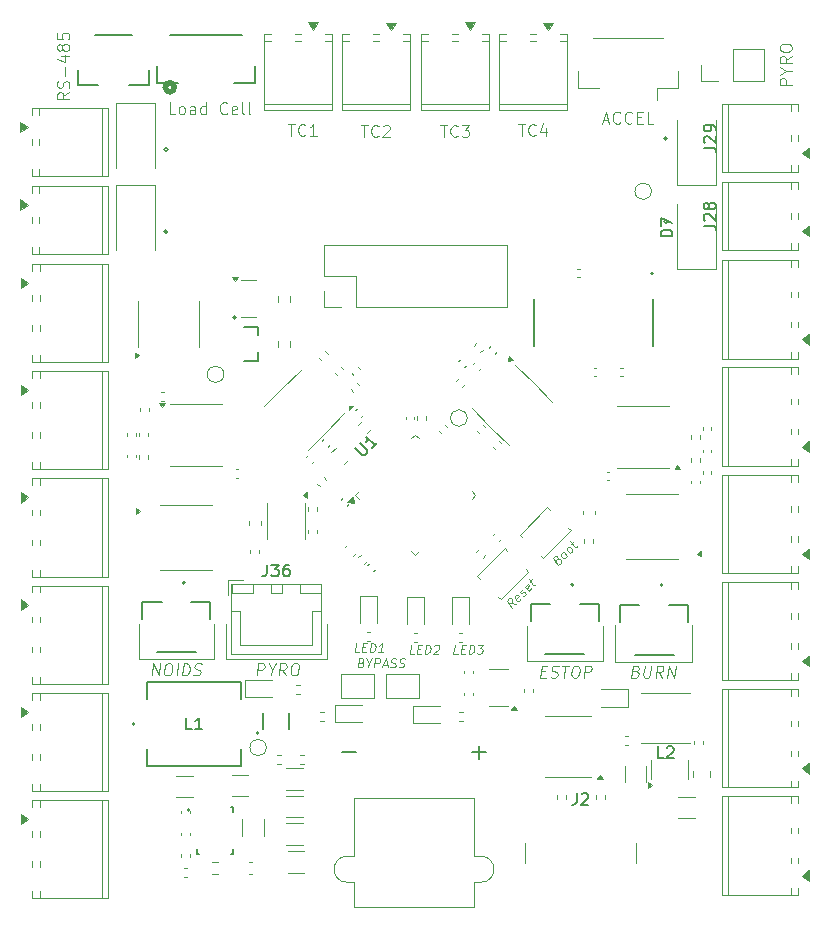
<source format=gbr>
%TF.GenerationSoftware,KiCad,Pcbnew,9.0.4*%
%TF.CreationDate,2025-10-27T15:56:17-04:00*%
%TF.ProjectId,Alpha_Breakout,416c7068-615f-4427-9265-616b6f75742e,rev?*%
%TF.SameCoordinates,Original*%
%TF.FileFunction,Legend,Top*%
%TF.FilePolarity,Positive*%
%FSLAX46Y46*%
G04 Gerber Fmt 4.6, Leading zero omitted, Abs format (unit mm)*
G04 Created by KiCad (PCBNEW 9.0.4) date 2025-10-27 15:56:17*
%MOMM*%
%LPD*%
G01*
G04 APERTURE LIST*
%ADD10C,0.100000*%
%ADD11C,0.150000*%
%ADD12C,0.120000*%
%ADD13C,0.127000*%
%ADD14C,0.200000*%
%ADD15C,0.152400*%
%ADD16C,0.508000*%
%ADD17C,0.203200*%
G04 APERTURE END LIST*
D10*
X171850000Y-115850000D02*
X171850000Y-112750000D01*
X131400000Y-115600000D02*
X131400000Y-112600000D01*
X164300000Y-115800000D02*
X164300000Y-112800000D01*
X125000000Y-112600000D02*
X125000000Y-115600000D01*
X125000000Y-115600000D02*
X131400000Y-115600000D01*
X157900000Y-115800000D02*
X164300000Y-115800000D01*
X132400000Y-115600000D02*
X140900000Y-115600000D01*
X140900000Y-112600000D02*
X140900000Y-115600000D01*
X157900000Y-112800000D02*
X157900000Y-115800000D01*
X165350000Y-112750000D02*
X165350000Y-115850000D01*
X132400000Y-112600000D02*
X132400000Y-115600000D01*
X165350000Y-115850000D02*
X171850000Y-115850000D01*
X157121027Y-70302420D02*
X157692455Y-70302420D01*
X157406741Y-71302420D02*
X157406741Y-70302420D01*
X158597217Y-71207181D02*
X158549598Y-71254801D01*
X158549598Y-71254801D02*
X158406741Y-71302420D01*
X158406741Y-71302420D02*
X158311503Y-71302420D01*
X158311503Y-71302420D02*
X158168646Y-71254801D01*
X158168646Y-71254801D02*
X158073408Y-71159562D01*
X158073408Y-71159562D02*
X158025789Y-71064324D01*
X158025789Y-71064324D02*
X157978170Y-70873848D01*
X157978170Y-70873848D02*
X157978170Y-70730991D01*
X157978170Y-70730991D02*
X158025789Y-70540515D01*
X158025789Y-70540515D02*
X158073408Y-70445277D01*
X158073408Y-70445277D02*
X158168646Y-70350039D01*
X158168646Y-70350039D02*
X158311503Y-70302420D01*
X158311503Y-70302420D02*
X158406741Y-70302420D01*
X158406741Y-70302420D02*
X158549598Y-70350039D01*
X158549598Y-70350039D02*
X158597217Y-70397658D01*
X159454360Y-70635753D02*
X159454360Y-71302420D01*
X159216265Y-70254801D02*
X158978170Y-70969086D01*
X158978170Y-70969086D02*
X159597217Y-70969086D01*
X150521027Y-70402420D02*
X151092455Y-70402420D01*
X150806741Y-71402420D02*
X150806741Y-70402420D01*
X151997217Y-71307181D02*
X151949598Y-71354801D01*
X151949598Y-71354801D02*
X151806741Y-71402420D01*
X151806741Y-71402420D02*
X151711503Y-71402420D01*
X151711503Y-71402420D02*
X151568646Y-71354801D01*
X151568646Y-71354801D02*
X151473408Y-71259562D01*
X151473408Y-71259562D02*
X151425789Y-71164324D01*
X151425789Y-71164324D02*
X151378170Y-70973848D01*
X151378170Y-70973848D02*
X151378170Y-70830991D01*
X151378170Y-70830991D02*
X151425789Y-70640515D01*
X151425789Y-70640515D02*
X151473408Y-70545277D01*
X151473408Y-70545277D02*
X151568646Y-70450039D01*
X151568646Y-70450039D02*
X151711503Y-70402420D01*
X151711503Y-70402420D02*
X151806741Y-70402420D01*
X151806741Y-70402420D02*
X151949598Y-70450039D01*
X151949598Y-70450039D02*
X151997217Y-70497658D01*
X152330551Y-70402420D02*
X152949598Y-70402420D01*
X152949598Y-70402420D02*
X152616265Y-70783372D01*
X152616265Y-70783372D02*
X152759122Y-70783372D01*
X152759122Y-70783372D02*
X152854360Y-70830991D01*
X152854360Y-70830991D02*
X152901979Y-70878610D01*
X152901979Y-70878610D02*
X152949598Y-70973848D01*
X152949598Y-70973848D02*
X152949598Y-71211943D01*
X152949598Y-71211943D02*
X152901979Y-71307181D01*
X152901979Y-71307181D02*
X152854360Y-71354801D01*
X152854360Y-71354801D02*
X152759122Y-71402420D01*
X152759122Y-71402420D02*
X152473408Y-71402420D01*
X152473408Y-71402420D02*
X152378170Y-71354801D01*
X152378170Y-71354801D02*
X152330551Y-71307181D01*
X134997931Y-116972419D02*
X135122931Y-115972419D01*
X135122931Y-115972419D02*
X135503884Y-115972419D01*
X135503884Y-115972419D02*
X135593169Y-116020038D01*
X135593169Y-116020038D02*
X135634836Y-116067657D01*
X135634836Y-116067657D02*
X135670550Y-116162895D01*
X135670550Y-116162895D02*
X135652693Y-116305752D01*
X135652693Y-116305752D02*
X135593169Y-116400990D01*
X135593169Y-116400990D02*
X135539598Y-116448609D01*
X135539598Y-116448609D02*
X135438408Y-116496228D01*
X135438408Y-116496228D02*
X135057455Y-116496228D01*
X136247931Y-116496228D02*
X136188408Y-116972419D01*
X135980074Y-115972419D02*
X136247931Y-116496228D01*
X136247931Y-116496228D02*
X136646741Y-115972419D01*
X137426503Y-116972419D02*
X137152693Y-116496228D01*
X136855074Y-116972419D02*
X136980074Y-115972419D01*
X136980074Y-115972419D02*
X137361027Y-115972419D01*
X137361027Y-115972419D02*
X137450312Y-116020038D01*
X137450312Y-116020038D02*
X137491979Y-116067657D01*
X137491979Y-116067657D02*
X137527693Y-116162895D01*
X137527693Y-116162895D02*
X137509836Y-116305752D01*
X137509836Y-116305752D02*
X137450312Y-116400990D01*
X137450312Y-116400990D02*
X137396741Y-116448609D01*
X137396741Y-116448609D02*
X137295551Y-116496228D01*
X137295551Y-116496228D02*
X136914598Y-116496228D01*
X138170551Y-115972419D02*
X138361027Y-115972419D01*
X138361027Y-115972419D02*
X138450312Y-116020038D01*
X138450312Y-116020038D02*
X138533646Y-116115276D01*
X138533646Y-116115276D02*
X138557455Y-116305752D01*
X138557455Y-116305752D02*
X138515789Y-116639085D01*
X138515789Y-116639085D02*
X138444360Y-116829561D01*
X138444360Y-116829561D02*
X138337217Y-116924800D01*
X138337217Y-116924800D02*
X138236027Y-116972419D01*
X138236027Y-116972419D02*
X138045551Y-116972419D01*
X138045551Y-116972419D02*
X137956265Y-116924800D01*
X137956265Y-116924800D02*
X137872932Y-116829561D01*
X137872932Y-116829561D02*
X137849122Y-116639085D01*
X137849122Y-116639085D02*
X137890789Y-116305752D01*
X137890789Y-116305752D02*
X137962217Y-116115276D01*
X137962217Y-116115276D02*
X138069360Y-116020038D01*
X138069360Y-116020038D02*
X138170551Y-115972419D01*
X148297039Y-115153014D02*
X147939896Y-115153014D01*
X147939896Y-115153014D02*
X148033646Y-114403014D01*
X148596146Y-114760157D02*
X148846146Y-114760157D01*
X148904182Y-115153014D02*
X148547039Y-115153014D01*
X148547039Y-115153014D02*
X148640789Y-114403014D01*
X148640789Y-114403014D02*
X148997932Y-114403014D01*
X149225610Y-115153014D02*
X149319360Y-114403014D01*
X149319360Y-114403014D02*
X149497931Y-114403014D01*
X149497931Y-114403014D02*
X149600610Y-114438728D01*
X149600610Y-114438728D02*
X149663110Y-114510157D01*
X149663110Y-114510157D02*
X149689895Y-114581585D01*
X149689895Y-114581585D02*
X149707753Y-114724442D01*
X149707753Y-114724442D02*
X149694360Y-114831585D01*
X149694360Y-114831585D02*
X149640788Y-114974442D01*
X149640788Y-114974442D02*
X149596145Y-115045871D01*
X149596145Y-115045871D02*
X149515788Y-115117300D01*
X149515788Y-115117300D02*
X149404181Y-115153014D01*
X149404181Y-115153014D02*
X149225610Y-115153014D01*
X150024717Y-114474442D02*
X150064895Y-114438728D01*
X150064895Y-114438728D02*
X150140788Y-114403014D01*
X150140788Y-114403014D02*
X150319360Y-114403014D01*
X150319360Y-114403014D02*
X150386324Y-114438728D01*
X150386324Y-114438728D02*
X150417574Y-114474442D01*
X150417574Y-114474442D02*
X150444360Y-114545871D01*
X150444360Y-114545871D02*
X150435431Y-114617300D01*
X150435431Y-114617300D02*
X150386324Y-114724442D01*
X150386324Y-114724442D02*
X149904181Y-115153014D01*
X149904181Y-115153014D02*
X150368467Y-115153014D01*
X156904098Y-110958742D02*
X156506351Y-110851414D01*
X156601052Y-111261788D02*
X156137014Y-110665167D01*
X156137014Y-110665167D02*
X156339044Y-110463136D01*
X156339044Y-110463136D02*
X156411649Y-110441039D01*
X156411649Y-110441039D02*
X156459000Y-110444196D01*
X156459000Y-110444196D02*
X156528448Y-110475763D01*
X156528448Y-110475763D02*
X156594739Y-110560995D01*
X156594739Y-110560995D02*
X156613679Y-110643070D01*
X156613679Y-110643070D02*
X156610523Y-110696734D01*
X156610523Y-110696734D02*
X156582112Y-110775652D01*
X156582112Y-110775652D02*
X156380082Y-110977683D01*
X157311316Y-110501017D02*
X157282905Y-110579935D01*
X157282905Y-110579935D02*
X157181890Y-110680950D01*
X157181890Y-110680950D02*
X157109285Y-110703047D01*
X157109285Y-110703047D02*
X157039837Y-110671480D01*
X157039837Y-110671480D02*
X156863061Y-110444196D01*
X156863061Y-110444196D02*
X156844120Y-110362121D01*
X156844120Y-110362121D02*
X156872531Y-110283203D01*
X156872531Y-110283203D02*
X156973546Y-110182188D01*
X156973546Y-110182188D02*
X157046151Y-110160090D01*
X157046151Y-110160090D02*
X157115599Y-110191658D01*
X157115599Y-110191658D02*
X157159793Y-110248479D01*
X157159793Y-110248479D02*
X156951449Y-110557838D01*
X157538600Y-110273733D02*
X157611205Y-110251636D01*
X157611205Y-110251636D02*
X157712220Y-110150620D01*
X157712220Y-110150620D02*
X157740631Y-110071702D01*
X157740631Y-110071702D02*
X157721690Y-109989627D01*
X157721690Y-109989627D02*
X157699593Y-109961217D01*
X157699593Y-109961217D02*
X157630145Y-109929649D01*
X157630145Y-109929649D02*
X157557541Y-109951747D01*
X157557541Y-109951747D02*
X157481779Y-110027508D01*
X157481779Y-110027508D02*
X157409174Y-110049605D01*
X157409174Y-110049605D02*
X157339726Y-110018038D01*
X157339726Y-110018038D02*
X157317629Y-109989627D01*
X157317629Y-109989627D02*
X157298689Y-109907552D01*
X157298689Y-109907552D02*
X157327099Y-109828634D01*
X157327099Y-109828634D02*
X157402861Y-109752873D01*
X157402861Y-109752873D02*
X157475466Y-109730776D01*
X158195199Y-109617133D02*
X158166789Y-109696052D01*
X158166789Y-109696052D02*
X158065774Y-109797067D01*
X158065774Y-109797067D02*
X157993169Y-109819164D01*
X157993169Y-109819164D02*
X157923721Y-109787597D01*
X157923721Y-109787597D02*
X157746944Y-109560312D01*
X157746944Y-109560312D02*
X157728004Y-109478237D01*
X157728004Y-109478237D02*
X157756414Y-109399319D01*
X157756414Y-109399319D02*
X157857430Y-109298304D01*
X157857430Y-109298304D02*
X157930034Y-109276207D01*
X157930034Y-109276207D02*
X157999482Y-109307774D01*
X157999482Y-109307774D02*
X158043677Y-109364595D01*
X158043677Y-109364595D02*
X157835333Y-109673955D01*
X158084714Y-109071020D02*
X158286744Y-108868989D01*
X158005796Y-108796385D02*
X158403543Y-109307774D01*
X158403543Y-109307774D02*
X158472991Y-109339342D01*
X158472991Y-109339342D02*
X158545596Y-109317245D01*
X158545596Y-109317245D02*
X158596104Y-109266737D01*
X128102574Y-69472419D02*
X127626384Y-69472419D01*
X127626384Y-69472419D02*
X127626384Y-68472419D01*
X128578765Y-69472419D02*
X128483527Y-69424800D01*
X128483527Y-69424800D02*
X128435908Y-69377180D01*
X128435908Y-69377180D02*
X128388289Y-69281942D01*
X128388289Y-69281942D02*
X128388289Y-68996228D01*
X128388289Y-68996228D02*
X128435908Y-68900990D01*
X128435908Y-68900990D02*
X128483527Y-68853371D01*
X128483527Y-68853371D02*
X128578765Y-68805752D01*
X128578765Y-68805752D02*
X128721622Y-68805752D01*
X128721622Y-68805752D02*
X128816860Y-68853371D01*
X128816860Y-68853371D02*
X128864479Y-68900990D01*
X128864479Y-68900990D02*
X128912098Y-68996228D01*
X128912098Y-68996228D02*
X128912098Y-69281942D01*
X128912098Y-69281942D02*
X128864479Y-69377180D01*
X128864479Y-69377180D02*
X128816860Y-69424800D01*
X128816860Y-69424800D02*
X128721622Y-69472419D01*
X128721622Y-69472419D02*
X128578765Y-69472419D01*
X129769241Y-69472419D02*
X129769241Y-68948609D01*
X129769241Y-68948609D02*
X129721622Y-68853371D01*
X129721622Y-68853371D02*
X129626384Y-68805752D01*
X129626384Y-68805752D02*
X129435908Y-68805752D01*
X129435908Y-68805752D02*
X129340670Y-68853371D01*
X129769241Y-69424800D02*
X129674003Y-69472419D01*
X129674003Y-69472419D02*
X129435908Y-69472419D01*
X129435908Y-69472419D02*
X129340670Y-69424800D01*
X129340670Y-69424800D02*
X129293051Y-69329561D01*
X129293051Y-69329561D02*
X129293051Y-69234323D01*
X129293051Y-69234323D02*
X129340670Y-69139085D01*
X129340670Y-69139085D02*
X129435908Y-69091466D01*
X129435908Y-69091466D02*
X129674003Y-69091466D01*
X129674003Y-69091466D02*
X129769241Y-69043847D01*
X130674003Y-69472419D02*
X130674003Y-68472419D01*
X130674003Y-69424800D02*
X130578765Y-69472419D01*
X130578765Y-69472419D02*
X130388289Y-69472419D01*
X130388289Y-69472419D02*
X130293051Y-69424800D01*
X130293051Y-69424800D02*
X130245432Y-69377180D01*
X130245432Y-69377180D02*
X130197813Y-69281942D01*
X130197813Y-69281942D02*
X130197813Y-68996228D01*
X130197813Y-68996228D02*
X130245432Y-68900990D01*
X130245432Y-68900990D02*
X130293051Y-68853371D01*
X130293051Y-68853371D02*
X130388289Y-68805752D01*
X130388289Y-68805752D02*
X130578765Y-68805752D01*
X130578765Y-68805752D02*
X130674003Y-68853371D01*
X132483527Y-69377180D02*
X132435908Y-69424800D01*
X132435908Y-69424800D02*
X132293051Y-69472419D01*
X132293051Y-69472419D02*
X132197813Y-69472419D01*
X132197813Y-69472419D02*
X132054956Y-69424800D01*
X132054956Y-69424800D02*
X131959718Y-69329561D01*
X131959718Y-69329561D02*
X131912099Y-69234323D01*
X131912099Y-69234323D02*
X131864480Y-69043847D01*
X131864480Y-69043847D02*
X131864480Y-68900990D01*
X131864480Y-68900990D02*
X131912099Y-68710514D01*
X131912099Y-68710514D02*
X131959718Y-68615276D01*
X131959718Y-68615276D02*
X132054956Y-68520038D01*
X132054956Y-68520038D02*
X132197813Y-68472419D01*
X132197813Y-68472419D02*
X132293051Y-68472419D01*
X132293051Y-68472419D02*
X132435908Y-68520038D01*
X132435908Y-68520038D02*
X132483527Y-68567657D01*
X133293051Y-69424800D02*
X133197813Y-69472419D01*
X133197813Y-69472419D02*
X133007337Y-69472419D01*
X133007337Y-69472419D02*
X132912099Y-69424800D01*
X132912099Y-69424800D02*
X132864480Y-69329561D01*
X132864480Y-69329561D02*
X132864480Y-68948609D01*
X132864480Y-68948609D02*
X132912099Y-68853371D01*
X132912099Y-68853371D02*
X133007337Y-68805752D01*
X133007337Y-68805752D02*
X133197813Y-68805752D01*
X133197813Y-68805752D02*
X133293051Y-68853371D01*
X133293051Y-68853371D02*
X133340670Y-68948609D01*
X133340670Y-68948609D02*
X133340670Y-69043847D01*
X133340670Y-69043847D02*
X132864480Y-69139085D01*
X133912099Y-69472419D02*
X133816861Y-69424800D01*
X133816861Y-69424800D02*
X133769242Y-69329561D01*
X133769242Y-69329561D02*
X133769242Y-68472419D01*
X134435909Y-69472419D02*
X134340671Y-69424800D01*
X134340671Y-69424800D02*
X134293052Y-69329561D01*
X134293052Y-69329561D02*
X134293052Y-68472419D01*
X164278765Y-69986704D02*
X164754955Y-69986704D01*
X164183527Y-70272419D02*
X164516860Y-69272419D01*
X164516860Y-69272419D02*
X164850193Y-70272419D01*
X165754955Y-70177180D02*
X165707336Y-70224800D01*
X165707336Y-70224800D02*
X165564479Y-70272419D01*
X165564479Y-70272419D02*
X165469241Y-70272419D01*
X165469241Y-70272419D02*
X165326384Y-70224800D01*
X165326384Y-70224800D02*
X165231146Y-70129561D01*
X165231146Y-70129561D02*
X165183527Y-70034323D01*
X165183527Y-70034323D02*
X165135908Y-69843847D01*
X165135908Y-69843847D02*
X165135908Y-69700990D01*
X165135908Y-69700990D02*
X165183527Y-69510514D01*
X165183527Y-69510514D02*
X165231146Y-69415276D01*
X165231146Y-69415276D02*
X165326384Y-69320038D01*
X165326384Y-69320038D02*
X165469241Y-69272419D01*
X165469241Y-69272419D02*
X165564479Y-69272419D01*
X165564479Y-69272419D02*
X165707336Y-69320038D01*
X165707336Y-69320038D02*
X165754955Y-69367657D01*
X166754955Y-70177180D02*
X166707336Y-70224800D01*
X166707336Y-70224800D02*
X166564479Y-70272419D01*
X166564479Y-70272419D02*
X166469241Y-70272419D01*
X166469241Y-70272419D02*
X166326384Y-70224800D01*
X166326384Y-70224800D02*
X166231146Y-70129561D01*
X166231146Y-70129561D02*
X166183527Y-70034323D01*
X166183527Y-70034323D02*
X166135908Y-69843847D01*
X166135908Y-69843847D02*
X166135908Y-69700990D01*
X166135908Y-69700990D02*
X166183527Y-69510514D01*
X166183527Y-69510514D02*
X166231146Y-69415276D01*
X166231146Y-69415276D02*
X166326384Y-69320038D01*
X166326384Y-69320038D02*
X166469241Y-69272419D01*
X166469241Y-69272419D02*
X166564479Y-69272419D01*
X166564479Y-69272419D02*
X166707336Y-69320038D01*
X166707336Y-69320038D02*
X166754955Y-69367657D01*
X167183527Y-69748609D02*
X167516860Y-69748609D01*
X167659717Y-70272419D02*
X167183527Y-70272419D01*
X167183527Y-70272419D02*
X167183527Y-69272419D01*
X167183527Y-69272419D02*
X167659717Y-69272419D01*
X168564479Y-70272419D02*
X168088289Y-70272419D01*
X168088289Y-70272419D02*
X168088289Y-69272419D01*
X159063408Y-116648609D02*
X159396741Y-116648609D01*
X159474122Y-117172419D02*
X158997931Y-117172419D01*
X158997931Y-117172419D02*
X159122931Y-116172419D01*
X159122931Y-116172419D02*
X159599122Y-116172419D01*
X159861027Y-117124800D02*
X159997931Y-117172419D01*
X159997931Y-117172419D02*
X160236027Y-117172419D01*
X160236027Y-117172419D02*
X160337217Y-117124800D01*
X160337217Y-117124800D02*
X160390789Y-117077180D01*
X160390789Y-117077180D02*
X160450312Y-116981942D01*
X160450312Y-116981942D02*
X160462217Y-116886704D01*
X160462217Y-116886704D02*
X160426503Y-116791466D01*
X160426503Y-116791466D02*
X160384836Y-116743847D01*
X160384836Y-116743847D02*
X160295551Y-116696228D01*
X160295551Y-116696228D02*
X160111027Y-116648609D01*
X160111027Y-116648609D02*
X160021741Y-116600990D01*
X160021741Y-116600990D02*
X159980074Y-116553371D01*
X159980074Y-116553371D02*
X159944360Y-116458133D01*
X159944360Y-116458133D02*
X159956265Y-116362895D01*
X159956265Y-116362895D02*
X160015789Y-116267657D01*
X160015789Y-116267657D02*
X160069360Y-116220038D01*
X160069360Y-116220038D02*
X160170551Y-116172419D01*
X160170551Y-116172419D02*
X160408646Y-116172419D01*
X160408646Y-116172419D02*
X160545551Y-116220038D01*
X160837217Y-116172419D02*
X161408646Y-116172419D01*
X160997932Y-117172419D02*
X161122932Y-116172419D01*
X161932456Y-116172419D02*
X162122932Y-116172419D01*
X162122932Y-116172419D02*
X162212217Y-116220038D01*
X162212217Y-116220038D02*
X162295551Y-116315276D01*
X162295551Y-116315276D02*
X162319360Y-116505752D01*
X162319360Y-116505752D02*
X162277694Y-116839085D01*
X162277694Y-116839085D02*
X162206265Y-117029561D01*
X162206265Y-117029561D02*
X162099122Y-117124800D01*
X162099122Y-117124800D02*
X161997932Y-117172419D01*
X161997932Y-117172419D02*
X161807456Y-117172419D01*
X161807456Y-117172419D02*
X161718170Y-117124800D01*
X161718170Y-117124800D02*
X161634837Y-117029561D01*
X161634837Y-117029561D02*
X161611027Y-116839085D01*
X161611027Y-116839085D02*
X161652694Y-116505752D01*
X161652694Y-116505752D02*
X161724122Y-116315276D01*
X161724122Y-116315276D02*
X161831265Y-116220038D01*
X161831265Y-116220038D02*
X161932456Y-116172419D01*
X162664598Y-117172419D02*
X162789598Y-116172419D01*
X162789598Y-116172419D02*
X163170551Y-116172419D01*
X163170551Y-116172419D02*
X163259836Y-116220038D01*
X163259836Y-116220038D02*
X163301503Y-116267657D01*
X163301503Y-116267657D02*
X163337217Y-116362895D01*
X163337217Y-116362895D02*
X163319360Y-116505752D01*
X163319360Y-116505752D02*
X163259836Y-116600990D01*
X163259836Y-116600990D02*
X163206265Y-116648609D01*
X163206265Y-116648609D02*
X163105075Y-116696228D01*
X163105075Y-116696228D02*
X162724122Y-116696228D01*
X143839003Y-115910157D02*
X143941681Y-115945871D01*
X143941681Y-115945871D02*
X143972931Y-115981585D01*
X143972931Y-115981585D02*
X143999717Y-116053014D01*
X143999717Y-116053014D02*
X143986324Y-116160157D01*
X143986324Y-116160157D02*
X143941681Y-116231585D01*
X143941681Y-116231585D02*
X143901503Y-116267300D01*
X143901503Y-116267300D02*
X143825610Y-116303014D01*
X143825610Y-116303014D02*
X143539896Y-116303014D01*
X143539896Y-116303014D02*
X143633646Y-115553014D01*
X143633646Y-115553014D02*
X143883646Y-115553014D01*
X143883646Y-115553014D02*
X143950610Y-115588728D01*
X143950610Y-115588728D02*
X143981860Y-115624442D01*
X143981860Y-115624442D02*
X144008646Y-115695871D01*
X144008646Y-115695871D02*
X143999717Y-115767300D01*
X143999717Y-115767300D02*
X143955074Y-115838728D01*
X143955074Y-115838728D02*
X143914896Y-115874442D01*
X143914896Y-115874442D02*
X143839003Y-115910157D01*
X143839003Y-115910157D02*
X143589003Y-115910157D01*
X144477396Y-115945871D02*
X144432753Y-116303014D01*
X144276503Y-115553014D02*
X144477396Y-115945871D01*
X144477396Y-115945871D02*
X144776503Y-115553014D01*
X144932753Y-116303014D02*
X145026503Y-115553014D01*
X145026503Y-115553014D02*
X145312217Y-115553014D01*
X145312217Y-115553014D02*
X145379181Y-115588728D01*
X145379181Y-115588728D02*
X145410431Y-115624442D01*
X145410431Y-115624442D02*
X145437217Y-115695871D01*
X145437217Y-115695871D02*
X145423824Y-115803014D01*
X145423824Y-115803014D02*
X145379181Y-115874442D01*
X145379181Y-115874442D02*
X145339003Y-115910157D01*
X145339003Y-115910157D02*
X145263110Y-115945871D01*
X145263110Y-115945871D02*
X144977396Y-115945871D01*
X145673824Y-116088728D02*
X146030967Y-116088728D01*
X145575610Y-116303014D02*
X145919360Y-115553014D01*
X145919360Y-115553014D02*
X146075610Y-116303014D01*
X146294360Y-116267300D02*
X146397038Y-116303014D01*
X146397038Y-116303014D02*
X146575610Y-116303014D01*
X146575610Y-116303014D02*
X146651503Y-116267300D01*
X146651503Y-116267300D02*
X146691681Y-116231585D01*
X146691681Y-116231585D02*
X146736324Y-116160157D01*
X146736324Y-116160157D02*
X146745253Y-116088728D01*
X146745253Y-116088728D02*
X146718467Y-116017300D01*
X146718467Y-116017300D02*
X146687217Y-115981585D01*
X146687217Y-115981585D02*
X146620253Y-115945871D01*
X146620253Y-115945871D02*
X146481860Y-115910157D01*
X146481860Y-115910157D02*
X146414895Y-115874442D01*
X146414895Y-115874442D02*
X146383645Y-115838728D01*
X146383645Y-115838728D02*
X146356860Y-115767300D01*
X146356860Y-115767300D02*
X146365788Y-115695871D01*
X146365788Y-115695871D02*
X146410431Y-115624442D01*
X146410431Y-115624442D02*
X146450610Y-115588728D01*
X146450610Y-115588728D02*
X146526503Y-115553014D01*
X146526503Y-115553014D02*
X146705074Y-115553014D01*
X146705074Y-115553014D02*
X146807753Y-115588728D01*
X147008646Y-116267300D02*
X147111324Y-116303014D01*
X147111324Y-116303014D02*
X147289896Y-116303014D01*
X147289896Y-116303014D02*
X147365789Y-116267300D01*
X147365789Y-116267300D02*
X147405967Y-116231585D01*
X147405967Y-116231585D02*
X147450610Y-116160157D01*
X147450610Y-116160157D02*
X147459539Y-116088728D01*
X147459539Y-116088728D02*
X147432753Y-116017300D01*
X147432753Y-116017300D02*
X147401503Y-115981585D01*
X147401503Y-115981585D02*
X147334539Y-115945871D01*
X147334539Y-115945871D02*
X147196146Y-115910157D01*
X147196146Y-115910157D02*
X147129181Y-115874442D01*
X147129181Y-115874442D02*
X147097931Y-115838728D01*
X147097931Y-115838728D02*
X147071146Y-115767300D01*
X147071146Y-115767300D02*
X147080074Y-115695871D01*
X147080074Y-115695871D02*
X147124717Y-115624442D01*
X147124717Y-115624442D02*
X147164896Y-115588728D01*
X147164896Y-115588728D02*
X147240789Y-115553014D01*
X147240789Y-115553014D02*
X147419360Y-115553014D01*
X147419360Y-115553014D02*
X147522039Y-115588728D01*
X143821027Y-70402420D02*
X144392455Y-70402420D01*
X144106741Y-71402420D02*
X144106741Y-70402420D01*
X145297217Y-71307181D02*
X145249598Y-71354801D01*
X145249598Y-71354801D02*
X145106741Y-71402420D01*
X145106741Y-71402420D02*
X145011503Y-71402420D01*
X145011503Y-71402420D02*
X144868646Y-71354801D01*
X144868646Y-71354801D02*
X144773408Y-71259562D01*
X144773408Y-71259562D02*
X144725789Y-71164324D01*
X144725789Y-71164324D02*
X144678170Y-70973848D01*
X144678170Y-70973848D02*
X144678170Y-70830991D01*
X144678170Y-70830991D02*
X144725789Y-70640515D01*
X144725789Y-70640515D02*
X144773408Y-70545277D01*
X144773408Y-70545277D02*
X144868646Y-70450039D01*
X144868646Y-70450039D02*
X145011503Y-70402420D01*
X145011503Y-70402420D02*
X145106741Y-70402420D01*
X145106741Y-70402420D02*
X145249598Y-70450039D01*
X145249598Y-70450039D02*
X145297217Y-70497658D01*
X145678170Y-70497658D02*
X145725789Y-70450039D01*
X145725789Y-70450039D02*
X145821027Y-70402420D01*
X145821027Y-70402420D02*
X146059122Y-70402420D01*
X146059122Y-70402420D02*
X146154360Y-70450039D01*
X146154360Y-70450039D02*
X146201979Y-70497658D01*
X146201979Y-70497658D02*
X146249598Y-70592896D01*
X146249598Y-70592896D02*
X146249598Y-70688134D01*
X146249598Y-70688134D02*
X146201979Y-70830991D01*
X146201979Y-70830991D02*
X145630551Y-71402420D01*
X145630551Y-71402420D02*
X146249598Y-71402420D01*
X151997039Y-115153014D02*
X151639896Y-115153014D01*
X151639896Y-115153014D02*
X151733646Y-114403014D01*
X152296146Y-114760157D02*
X152546146Y-114760157D01*
X152604182Y-115153014D02*
X152247039Y-115153014D01*
X152247039Y-115153014D02*
X152340789Y-114403014D01*
X152340789Y-114403014D02*
X152697932Y-114403014D01*
X152925610Y-115153014D02*
X153019360Y-114403014D01*
X153019360Y-114403014D02*
X153197931Y-114403014D01*
X153197931Y-114403014D02*
X153300610Y-114438728D01*
X153300610Y-114438728D02*
X153363110Y-114510157D01*
X153363110Y-114510157D02*
X153389895Y-114581585D01*
X153389895Y-114581585D02*
X153407753Y-114724442D01*
X153407753Y-114724442D02*
X153394360Y-114831585D01*
X153394360Y-114831585D02*
X153340788Y-114974442D01*
X153340788Y-114974442D02*
X153296145Y-115045871D01*
X153296145Y-115045871D02*
X153215788Y-115117300D01*
X153215788Y-115117300D02*
X153104181Y-115153014D01*
X153104181Y-115153014D02*
X152925610Y-115153014D01*
X153697931Y-114403014D02*
X154162217Y-114403014D01*
X154162217Y-114403014D02*
X153876503Y-114688728D01*
X153876503Y-114688728D02*
X153983645Y-114688728D01*
X153983645Y-114688728D02*
X154050610Y-114724442D01*
X154050610Y-114724442D02*
X154081860Y-114760157D01*
X154081860Y-114760157D02*
X154108645Y-114831585D01*
X154108645Y-114831585D02*
X154086324Y-115010157D01*
X154086324Y-115010157D02*
X154041681Y-115081585D01*
X154041681Y-115081585D02*
X154001503Y-115117300D01*
X154001503Y-115117300D02*
X153925610Y-115153014D01*
X153925610Y-115153014D02*
X153711324Y-115153014D01*
X153711324Y-115153014D02*
X153644360Y-115117300D01*
X153644360Y-115117300D02*
X153613110Y-115081585D01*
X180272419Y-66996115D02*
X179272419Y-66996115D01*
X179272419Y-66996115D02*
X179272419Y-66615163D01*
X179272419Y-66615163D02*
X179320038Y-66519925D01*
X179320038Y-66519925D02*
X179367657Y-66472306D01*
X179367657Y-66472306D02*
X179462895Y-66424687D01*
X179462895Y-66424687D02*
X179605752Y-66424687D01*
X179605752Y-66424687D02*
X179700990Y-66472306D01*
X179700990Y-66472306D02*
X179748609Y-66519925D01*
X179748609Y-66519925D02*
X179796228Y-66615163D01*
X179796228Y-66615163D02*
X179796228Y-66996115D01*
X179796228Y-65805639D02*
X180272419Y-65805639D01*
X179272419Y-66138972D02*
X179796228Y-65805639D01*
X179796228Y-65805639D02*
X179272419Y-65472306D01*
X180272419Y-64567544D02*
X179796228Y-64900877D01*
X180272419Y-65138972D02*
X179272419Y-65138972D01*
X179272419Y-65138972D02*
X179272419Y-64758020D01*
X179272419Y-64758020D02*
X179320038Y-64662782D01*
X179320038Y-64662782D02*
X179367657Y-64615163D01*
X179367657Y-64615163D02*
X179462895Y-64567544D01*
X179462895Y-64567544D02*
X179605752Y-64567544D01*
X179605752Y-64567544D02*
X179700990Y-64615163D01*
X179700990Y-64615163D02*
X179748609Y-64662782D01*
X179748609Y-64662782D02*
X179796228Y-64758020D01*
X179796228Y-64758020D02*
X179796228Y-65138972D01*
X179272419Y-63948496D02*
X179272419Y-63758020D01*
X179272419Y-63758020D02*
X179320038Y-63662782D01*
X179320038Y-63662782D02*
X179415276Y-63567544D01*
X179415276Y-63567544D02*
X179605752Y-63519925D01*
X179605752Y-63519925D02*
X179939085Y-63519925D01*
X179939085Y-63519925D02*
X180129561Y-63567544D01*
X180129561Y-63567544D02*
X180224800Y-63662782D01*
X180224800Y-63662782D02*
X180272419Y-63758020D01*
X180272419Y-63758020D02*
X180272419Y-63948496D01*
X180272419Y-63948496D02*
X180224800Y-64043734D01*
X180224800Y-64043734D02*
X180129561Y-64138972D01*
X180129561Y-64138972D02*
X179939085Y-64186591D01*
X179939085Y-64186591D02*
X179605752Y-64186591D01*
X179605752Y-64186591D02*
X179415276Y-64138972D01*
X179415276Y-64138972D02*
X179320038Y-64043734D01*
X179320038Y-64043734D02*
X179272419Y-63948496D01*
X143637039Y-115015513D02*
X143279896Y-115015513D01*
X143279896Y-115015513D02*
X143373646Y-114265513D01*
X143936146Y-114622656D02*
X144186146Y-114622656D01*
X144244182Y-115015513D02*
X143887039Y-115015513D01*
X143887039Y-115015513D02*
X143980789Y-114265513D01*
X143980789Y-114265513D02*
X144337932Y-114265513D01*
X144565610Y-115015513D02*
X144659360Y-114265513D01*
X144659360Y-114265513D02*
X144837931Y-114265513D01*
X144837931Y-114265513D02*
X144940610Y-114301227D01*
X144940610Y-114301227D02*
X145003110Y-114372656D01*
X145003110Y-114372656D02*
X145029895Y-114444084D01*
X145029895Y-114444084D02*
X145047753Y-114586941D01*
X145047753Y-114586941D02*
X145034360Y-114694084D01*
X145034360Y-114694084D02*
X144980788Y-114836941D01*
X144980788Y-114836941D02*
X144936145Y-114908370D01*
X144936145Y-114908370D02*
X144855788Y-114979799D01*
X144855788Y-114979799D02*
X144744181Y-115015513D01*
X144744181Y-115015513D02*
X144565610Y-115015513D01*
X145708467Y-115015513D02*
X145279895Y-115015513D01*
X145494181Y-115015513D02*
X145587931Y-114265513D01*
X145587931Y-114265513D02*
X145503110Y-114372656D01*
X145503110Y-114372656D02*
X145422753Y-114444084D01*
X145422753Y-114444084D02*
X145346860Y-114479799D01*
X126097931Y-116972419D02*
X126222931Y-115972419D01*
X126222931Y-115972419D02*
X126669360Y-116972419D01*
X126669360Y-116972419D02*
X126794360Y-115972419D01*
X127461027Y-115972419D02*
X127651503Y-115972419D01*
X127651503Y-115972419D02*
X127740788Y-116020038D01*
X127740788Y-116020038D02*
X127824122Y-116115276D01*
X127824122Y-116115276D02*
X127847931Y-116305752D01*
X127847931Y-116305752D02*
X127806265Y-116639085D01*
X127806265Y-116639085D02*
X127734836Y-116829561D01*
X127734836Y-116829561D02*
X127627693Y-116924800D01*
X127627693Y-116924800D02*
X127526503Y-116972419D01*
X127526503Y-116972419D02*
X127336027Y-116972419D01*
X127336027Y-116972419D02*
X127246741Y-116924800D01*
X127246741Y-116924800D02*
X127163408Y-116829561D01*
X127163408Y-116829561D02*
X127139598Y-116639085D01*
X127139598Y-116639085D02*
X127181265Y-116305752D01*
X127181265Y-116305752D02*
X127252693Y-116115276D01*
X127252693Y-116115276D02*
X127359836Y-116020038D01*
X127359836Y-116020038D02*
X127461027Y-115972419D01*
X128193169Y-116972419D02*
X128318169Y-115972419D01*
X128669359Y-116972419D02*
X128794359Y-115972419D01*
X128794359Y-115972419D02*
X129032455Y-115972419D01*
X129032455Y-115972419D02*
X129169359Y-116020038D01*
X129169359Y-116020038D02*
X129252693Y-116115276D01*
X129252693Y-116115276D02*
X129288407Y-116210514D01*
X129288407Y-116210514D02*
X129312217Y-116400990D01*
X129312217Y-116400990D02*
X129294359Y-116543847D01*
X129294359Y-116543847D02*
X129222931Y-116734323D01*
X129222931Y-116734323D02*
X129163407Y-116829561D01*
X129163407Y-116829561D02*
X129056264Y-116924800D01*
X129056264Y-116924800D02*
X128907455Y-116972419D01*
X128907455Y-116972419D02*
X128669359Y-116972419D01*
X129627693Y-116924800D02*
X129764597Y-116972419D01*
X129764597Y-116972419D02*
X130002693Y-116972419D01*
X130002693Y-116972419D02*
X130103883Y-116924800D01*
X130103883Y-116924800D02*
X130157455Y-116877180D01*
X130157455Y-116877180D02*
X130216978Y-116781942D01*
X130216978Y-116781942D02*
X130228883Y-116686704D01*
X130228883Y-116686704D02*
X130193169Y-116591466D01*
X130193169Y-116591466D02*
X130151502Y-116543847D01*
X130151502Y-116543847D02*
X130062217Y-116496228D01*
X130062217Y-116496228D02*
X129877693Y-116448609D01*
X129877693Y-116448609D02*
X129788407Y-116400990D01*
X129788407Y-116400990D02*
X129746740Y-116353371D01*
X129746740Y-116353371D02*
X129711026Y-116258133D01*
X129711026Y-116258133D02*
X129722931Y-116162895D01*
X129722931Y-116162895D02*
X129782455Y-116067657D01*
X129782455Y-116067657D02*
X129836026Y-116020038D01*
X129836026Y-116020038D02*
X129937217Y-115972419D01*
X129937217Y-115972419D02*
X130175312Y-115972419D01*
X130175312Y-115972419D02*
X130312217Y-116020038D01*
X119094919Y-67624687D02*
X118618728Y-67958020D01*
X119094919Y-68196115D02*
X118094919Y-68196115D01*
X118094919Y-68196115D02*
X118094919Y-67815163D01*
X118094919Y-67815163D02*
X118142538Y-67719925D01*
X118142538Y-67719925D02*
X118190157Y-67672306D01*
X118190157Y-67672306D02*
X118285395Y-67624687D01*
X118285395Y-67624687D02*
X118428252Y-67624687D01*
X118428252Y-67624687D02*
X118523490Y-67672306D01*
X118523490Y-67672306D02*
X118571109Y-67719925D01*
X118571109Y-67719925D02*
X118618728Y-67815163D01*
X118618728Y-67815163D02*
X118618728Y-68196115D01*
X119047300Y-67243734D02*
X119094919Y-67100877D01*
X119094919Y-67100877D02*
X119094919Y-66862782D01*
X119094919Y-66862782D02*
X119047300Y-66767544D01*
X119047300Y-66767544D02*
X118999680Y-66719925D01*
X118999680Y-66719925D02*
X118904442Y-66672306D01*
X118904442Y-66672306D02*
X118809204Y-66672306D01*
X118809204Y-66672306D02*
X118713966Y-66719925D01*
X118713966Y-66719925D02*
X118666347Y-66767544D01*
X118666347Y-66767544D02*
X118618728Y-66862782D01*
X118618728Y-66862782D02*
X118571109Y-67053258D01*
X118571109Y-67053258D02*
X118523490Y-67148496D01*
X118523490Y-67148496D02*
X118475871Y-67196115D01*
X118475871Y-67196115D02*
X118380633Y-67243734D01*
X118380633Y-67243734D02*
X118285395Y-67243734D01*
X118285395Y-67243734D02*
X118190157Y-67196115D01*
X118190157Y-67196115D02*
X118142538Y-67148496D01*
X118142538Y-67148496D02*
X118094919Y-67053258D01*
X118094919Y-67053258D02*
X118094919Y-66815163D01*
X118094919Y-66815163D02*
X118142538Y-66672306D01*
X118713966Y-66243734D02*
X118713966Y-65481830D01*
X118428252Y-64577068D02*
X119094919Y-64577068D01*
X118047300Y-64815163D02*
X118761585Y-65053258D01*
X118761585Y-65053258D02*
X118761585Y-64434211D01*
X118523490Y-63910401D02*
X118475871Y-64005639D01*
X118475871Y-64005639D02*
X118428252Y-64053258D01*
X118428252Y-64053258D02*
X118333014Y-64100877D01*
X118333014Y-64100877D02*
X118285395Y-64100877D01*
X118285395Y-64100877D02*
X118190157Y-64053258D01*
X118190157Y-64053258D02*
X118142538Y-64005639D01*
X118142538Y-64005639D02*
X118094919Y-63910401D01*
X118094919Y-63910401D02*
X118094919Y-63719925D01*
X118094919Y-63719925D02*
X118142538Y-63624687D01*
X118142538Y-63624687D02*
X118190157Y-63577068D01*
X118190157Y-63577068D02*
X118285395Y-63529449D01*
X118285395Y-63529449D02*
X118333014Y-63529449D01*
X118333014Y-63529449D02*
X118428252Y-63577068D01*
X118428252Y-63577068D02*
X118475871Y-63624687D01*
X118475871Y-63624687D02*
X118523490Y-63719925D01*
X118523490Y-63719925D02*
X118523490Y-63910401D01*
X118523490Y-63910401D02*
X118571109Y-64005639D01*
X118571109Y-64005639D02*
X118618728Y-64053258D01*
X118618728Y-64053258D02*
X118713966Y-64100877D01*
X118713966Y-64100877D02*
X118904442Y-64100877D01*
X118904442Y-64100877D02*
X118999680Y-64053258D01*
X118999680Y-64053258D02*
X119047300Y-64005639D01*
X119047300Y-64005639D02*
X119094919Y-63910401D01*
X119094919Y-63910401D02*
X119094919Y-63719925D01*
X119094919Y-63719925D02*
X119047300Y-63624687D01*
X119047300Y-63624687D02*
X118999680Y-63577068D01*
X118999680Y-63577068D02*
X118904442Y-63529449D01*
X118904442Y-63529449D02*
X118713966Y-63529449D01*
X118713966Y-63529449D02*
X118618728Y-63577068D01*
X118618728Y-63577068D02*
X118571109Y-63624687D01*
X118571109Y-63624687D02*
X118523490Y-63719925D01*
X118094919Y-62624687D02*
X118094919Y-63100877D01*
X118094919Y-63100877D02*
X118571109Y-63148496D01*
X118571109Y-63148496D02*
X118523490Y-63100877D01*
X118523490Y-63100877D02*
X118475871Y-63005639D01*
X118475871Y-63005639D02*
X118475871Y-62767544D01*
X118475871Y-62767544D02*
X118523490Y-62672306D01*
X118523490Y-62672306D02*
X118571109Y-62624687D01*
X118571109Y-62624687D02*
X118666347Y-62577068D01*
X118666347Y-62577068D02*
X118904442Y-62577068D01*
X118904442Y-62577068D02*
X118999680Y-62624687D01*
X118999680Y-62624687D02*
X119047300Y-62672306D01*
X119047300Y-62672306D02*
X119094919Y-62767544D01*
X119094919Y-62767544D02*
X119094919Y-63005639D01*
X119094919Y-63005639D02*
X119047300Y-63100877D01*
X119047300Y-63100877D02*
X118999680Y-63148496D01*
X160434761Y-107172495D02*
X160532620Y-107125145D01*
X160532620Y-107125145D02*
X160579971Y-107128301D01*
X160579971Y-107128301D02*
X160649419Y-107159869D01*
X160649419Y-107159869D02*
X160715710Y-107245100D01*
X160715710Y-107245100D02*
X160734650Y-107327175D01*
X160734650Y-107327175D02*
X160731493Y-107380839D01*
X160731493Y-107380839D02*
X160703083Y-107459758D01*
X160703083Y-107459758D02*
X160501052Y-107661788D01*
X160501052Y-107661788D02*
X160037014Y-107065167D01*
X160037014Y-107065167D02*
X160213790Y-106888390D01*
X160213790Y-106888390D02*
X160286395Y-106866293D01*
X160286395Y-106866293D02*
X160333746Y-106869450D01*
X160333746Y-106869450D02*
X160403194Y-106901017D01*
X160403194Y-106901017D02*
X160447388Y-106957838D01*
X160447388Y-106957838D02*
X160466328Y-107039913D01*
X160466328Y-107039913D02*
X160463172Y-107093577D01*
X160463172Y-107093577D02*
X160434761Y-107172495D01*
X160434761Y-107172495D02*
X160257984Y-107349272D01*
X161107144Y-107055697D02*
X161034539Y-107077794D01*
X161034539Y-107077794D02*
X160987188Y-107074637D01*
X160987188Y-107074637D02*
X160917740Y-107043070D01*
X160917740Y-107043070D02*
X160785158Y-106872606D01*
X160785158Y-106872606D02*
X160766217Y-106790531D01*
X160766217Y-106790531D02*
X160769374Y-106736867D01*
X160769374Y-106736867D02*
X160797785Y-106657949D01*
X160797785Y-106657949D02*
X160873546Y-106582188D01*
X160873546Y-106582188D02*
X160946151Y-106560090D01*
X160946151Y-106560090D02*
X160993502Y-106563247D01*
X160993502Y-106563247D02*
X161062950Y-106594814D01*
X161062950Y-106594814D02*
X161195532Y-106765278D01*
X161195532Y-106765278D02*
X161214473Y-106847353D01*
X161214473Y-106847353D02*
X161211316Y-106901017D01*
X161211316Y-106901017D02*
X161182905Y-106979935D01*
X161182905Y-106979935D02*
X161107144Y-107055697D01*
X161586966Y-106575874D02*
X161514361Y-106597971D01*
X161514361Y-106597971D02*
X161467011Y-106594815D01*
X161467011Y-106594815D02*
X161397563Y-106563247D01*
X161397563Y-106563247D02*
X161264980Y-106392784D01*
X161264980Y-106392784D02*
X161246040Y-106310709D01*
X161246040Y-106310709D02*
X161249196Y-106257045D01*
X161249196Y-106257045D02*
X161277607Y-106178127D01*
X161277607Y-106178127D02*
X161353368Y-106102365D01*
X161353368Y-106102365D02*
X161425973Y-106080268D01*
X161425973Y-106080268D02*
X161473324Y-106083425D01*
X161473324Y-106083425D02*
X161542772Y-106114992D01*
X161542772Y-106114992D02*
X161675354Y-106285456D01*
X161675354Y-106285456D02*
X161694295Y-106367530D01*
X161694295Y-106367530D02*
X161691138Y-106421195D01*
X161691138Y-106421195D02*
X161662728Y-106500113D01*
X161662728Y-106500113D02*
X161586966Y-106575874D01*
X161605906Y-105849828D02*
X161807937Y-105647797D01*
X161526988Y-105575192D02*
X161924736Y-106086582D01*
X161924736Y-106086582D02*
X161994184Y-106118149D01*
X161994184Y-106118149D02*
X162066788Y-106096052D01*
X162066788Y-106096052D02*
X162117296Y-106045545D01*
X167096741Y-116648609D02*
X167233646Y-116696228D01*
X167233646Y-116696228D02*
X167275312Y-116743847D01*
X167275312Y-116743847D02*
X167311027Y-116839085D01*
X167311027Y-116839085D02*
X167293169Y-116981942D01*
X167293169Y-116981942D02*
X167233646Y-117077180D01*
X167233646Y-117077180D02*
X167180074Y-117124800D01*
X167180074Y-117124800D02*
X167078884Y-117172419D01*
X167078884Y-117172419D02*
X166697931Y-117172419D01*
X166697931Y-117172419D02*
X166822931Y-116172419D01*
X166822931Y-116172419D02*
X167156265Y-116172419D01*
X167156265Y-116172419D02*
X167245550Y-116220038D01*
X167245550Y-116220038D02*
X167287217Y-116267657D01*
X167287217Y-116267657D02*
X167322931Y-116362895D01*
X167322931Y-116362895D02*
X167311027Y-116458133D01*
X167311027Y-116458133D02*
X167251503Y-116553371D01*
X167251503Y-116553371D02*
X167197931Y-116600990D01*
X167197931Y-116600990D02*
X167096741Y-116648609D01*
X167096741Y-116648609D02*
X166763408Y-116648609D01*
X167822931Y-116172419D02*
X167721741Y-116981942D01*
X167721741Y-116981942D02*
X167757455Y-117077180D01*
X167757455Y-117077180D02*
X167799122Y-117124800D01*
X167799122Y-117124800D02*
X167888408Y-117172419D01*
X167888408Y-117172419D02*
X168078884Y-117172419D01*
X168078884Y-117172419D02*
X168180074Y-117124800D01*
X168180074Y-117124800D02*
X168233646Y-117077180D01*
X168233646Y-117077180D02*
X168293169Y-116981942D01*
X168293169Y-116981942D02*
X168394360Y-116172419D01*
X169316979Y-117172419D02*
X169043169Y-116696228D01*
X168745550Y-117172419D02*
X168870550Y-116172419D01*
X168870550Y-116172419D02*
X169251503Y-116172419D01*
X169251503Y-116172419D02*
X169340788Y-116220038D01*
X169340788Y-116220038D02*
X169382455Y-116267657D01*
X169382455Y-116267657D02*
X169418169Y-116362895D01*
X169418169Y-116362895D02*
X169400312Y-116505752D01*
X169400312Y-116505752D02*
X169340788Y-116600990D01*
X169340788Y-116600990D02*
X169287217Y-116648609D01*
X169287217Y-116648609D02*
X169186027Y-116696228D01*
X169186027Y-116696228D02*
X168805074Y-116696228D01*
X169745550Y-117172419D02*
X169870550Y-116172419D01*
X169870550Y-116172419D02*
X170316979Y-117172419D01*
X170316979Y-117172419D02*
X170441979Y-116172419D01*
X137621027Y-70302420D02*
X138192455Y-70302420D01*
X137906741Y-71302420D02*
X137906741Y-70302420D01*
X139097217Y-71207181D02*
X139049598Y-71254801D01*
X139049598Y-71254801D02*
X138906741Y-71302420D01*
X138906741Y-71302420D02*
X138811503Y-71302420D01*
X138811503Y-71302420D02*
X138668646Y-71254801D01*
X138668646Y-71254801D02*
X138573408Y-71159562D01*
X138573408Y-71159562D02*
X138525789Y-71064324D01*
X138525789Y-71064324D02*
X138478170Y-70873848D01*
X138478170Y-70873848D02*
X138478170Y-70730991D01*
X138478170Y-70730991D02*
X138525789Y-70540515D01*
X138525789Y-70540515D02*
X138573408Y-70445277D01*
X138573408Y-70445277D02*
X138668646Y-70350039D01*
X138668646Y-70350039D02*
X138811503Y-70302420D01*
X138811503Y-70302420D02*
X138906741Y-70302420D01*
X138906741Y-70302420D02*
X139049598Y-70350039D01*
X139049598Y-70350039D02*
X139097217Y-70397658D01*
X140049598Y-71302420D02*
X139478170Y-71302420D01*
X139763884Y-71302420D02*
X139763884Y-70302420D01*
X139763884Y-70302420D02*
X139668646Y-70445277D01*
X139668646Y-70445277D02*
X139573408Y-70540515D01*
X139573408Y-70540515D02*
X139478170Y-70588134D01*
D11*
X172834819Y-72318811D02*
X173549104Y-72318811D01*
X173549104Y-72318811D02*
X173691961Y-72366430D01*
X173691961Y-72366430D02*
X173787200Y-72461668D01*
X173787200Y-72461668D02*
X173834819Y-72604525D01*
X173834819Y-72604525D02*
X173834819Y-72699763D01*
X172930057Y-71890239D02*
X172882438Y-71842620D01*
X172882438Y-71842620D02*
X172834819Y-71747382D01*
X172834819Y-71747382D02*
X172834819Y-71509287D01*
X172834819Y-71509287D02*
X172882438Y-71414049D01*
X172882438Y-71414049D02*
X172930057Y-71366430D01*
X172930057Y-71366430D02*
X173025295Y-71318811D01*
X173025295Y-71318811D02*
X173120533Y-71318811D01*
X173120533Y-71318811D02*
X173263390Y-71366430D01*
X173263390Y-71366430D02*
X173834819Y-71937858D01*
X173834819Y-71937858D02*
X173834819Y-71318811D01*
X173834819Y-70842620D02*
X173834819Y-70652144D01*
X173834819Y-70652144D02*
X173787200Y-70556906D01*
X173787200Y-70556906D02*
X173739580Y-70509287D01*
X173739580Y-70509287D02*
X173596723Y-70414049D01*
X173596723Y-70414049D02*
X173406247Y-70366430D01*
X173406247Y-70366430D02*
X173025295Y-70366430D01*
X173025295Y-70366430D02*
X172930057Y-70414049D01*
X172930057Y-70414049D02*
X172882438Y-70461668D01*
X172882438Y-70461668D02*
X172834819Y-70556906D01*
X172834819Y-70556906D02*
X172834819Y-70747382D01*
X172834819Y-70747382D02*
X172882438Y-70842620D01*
X172882438Y-70842620D02*
X172930057Y-70890239D01*
X172930057Y-70890239D02*
X173025295Y-70937858D01*
X173025295Y-70937858D02*
X173263390Y-70937858D01*
X173263390Y-70937858D02*
X173358628Y-70890239D01*
X173358628Y-70890239D02*
X173406247Y-70842620D01*
X173406247Y-70842620D02*
X173453866Y-70747382D01*
X173453866Y-70747382D02*
X173453866Y-70556906D01*
X173453866Y-70556906D02*
X173406247Y-70461668D01*
X173406247Y-70461668D02*
X173358628Y-70414049D01*
X173358628Y-70414049D02*
X173263390Y-70366430D01*
X142228571Y-123514700D02*
X143371429Y-123514700D01*
X153228571Y-123514700D02*
X154371429Y-123514700D01*
X153800000Y-124086128D02*
X153800000Y-122943271D01*
X172834819Y-78908814D02*
X173549104Y-78908814D01*
X173549104Y-78908814D02*
X173691961Y-78956433D01*
X173691961Y-78956433D02*
X173787200Y-79051671D01*
X173787200Y-79051671D02*
X173834819Y-79194528D01*
X173834819Y-79194528D02*
X173834819Y-79289766D01*
X172930057Y-78480242D02*
X172882438Y-78432623D01*
X172882438Y-78432623D02*
X172834819Y-78337385D01*
X172834819Y-78337385D02*
X172834819Y-78099290D01*
X172834819Y-78099290D02*
X172882438Y-78004052D01*
X172882438Y-78004052D02*
X172930057Y-77956433D01*
X172930057Y-77956433D02*
X173025295Y-77908814D01*
X173025295Y-77908814D02*
X173120533Y-77908814D01*
X173120533Y-77908814D02*
X173263390Y-77956433D01*
X173263390Y-77956433D02*
X173834819Y-78527861D01*
X173834819Y-78527861D02*
X173834819Y-77908814D01*
X173263390Y-77337385D02*
X173215771Y-77432623D01*
X173215771Y-77432623D02*
X173168152Y-77480242D01*
X173168152Y-77480242D02*
X173072914Y-77527861D01*
X173072914Y-77527861D02*
X173025295Y-77527861D01*
X173025295Y-77527861D02*
X172930057Y-77480242D01*
X172930057Y-77480242D02*
X172882438Y-77432623D01*
X172882438Y-77432623D02*
X172834819Y-77337385D01*
X172834819Y-77337385D02*
X172834819Y-77146909D01*
X172834819Y-77146909D02*
X172882438Y-77051671D01*
X172882438Y-77051671D02*
X172930057Y-77004052D01*
X172930057Y-77004052D02*
X173025295Y-76956433D01*
X173025295Y-76956433D02*
X173072914Y-76956433D01*
X173072914Y-76956433D02*
X173168152Y-77004052D01*
X173168152Y-77004052D02*
X173215771Y-77051671D01*
X173215771Y-77051671D02*
X173263390Y-77146909D01*
X173263390Y-77146909D02*
X173263390Y-77337385D01*
X173263390Y-77337385D02*
X173311009Y-77432623D01*
X173311009Y-77432623D02*
X173358628Y-77480242D01*
X173358628Y-77480242D02*
X173453866Y-77527861D01*
X173453866Y-77527861D02*
X173644342Y-77527861D01*
X173644342Y-77527861D02*
X173739580Y-77480242D01*
X173739580Y-77480242D02*
X173787200Y-77432623D01*
X173787200Y-77432623D02*
X173834819Y-77337385D01*
X173834819Y-77337385D02*
X173834819Y-77146909D01*
X173834819Y-77146909D02*
X173787200Y-77051671D01*
X173787200Y-77051671D02*
X173739580Y-77004052D01*
X173739580Y-77004052D02*
X173644342Y-76956433D01*
X173644342Y-76956433D02*
X173453866Y-76956433D01*
X173453866Y-76956433D02*
X173358628Y-77004052D01*
X173358628Y-77004052D02*
X173311009Y-77051671D01*
X173311009Y-77051671D02*
X173263390Y-77146909D01*
X129512034Y-121554819D02*
X129035844Y-121554819D01*
X129035844Y-121554819D02*
X129035844Y-120554819D01*
X130369177Y-121554819D02*
X129797749Y-121554819D01*
X130083463Y-121554819D02*
X130083463Y-120554819D01*
X130083463Y-120554819D02*
X129988225Y-120697676D01*
X129988225Y-120697676D02*
X129892987Y-120792914D01*
X129892987Y-120792914D02*
X129797749Y-120840533D01*
X135840476Y-107604819D02*
X135840476Y-108319104D01*
X135840476Y-108319104D02*
X135792857Y-108461961D01*
X135792857Y-108461961D02*
X135697619Y-108557200D01*
X135697619Y-108557200D02*
X135554762Y-108604819D01*
X135554762Y-108604819D02*
X135459524Y-108604819D01*
X136221429Y-107604819D02*
X136840476Y-107604819D01*
X136840476Y-107604819D02*
X136507143Y-107985771D01*
X136507143Y-107985771D02*
X136650000Y-107985771D01*
X136650000Y-107985771D02*
X136745238Y-108033390D01*
X136745238Y-108033390D02*
X136792857Y-108081009D01*
X136792857Y-108081009D02*
X136840476Y-108176247D01*
X136840476Y-108176247D02*
X136840476Y-108414342D01*
X136840476Y-108414342D02*
X136792857Y-108509580D01*
X136792857Y-108509580D02*
X136745238Y-108557200D01*
X136745238Y-108557200D02*
X136650000Y-108604819D01*
X136650000Y-108604819D02*
X136364286Y-108604819D01*
X136364286Y-108604819D02*
X136269048Y-108557200D01*
X136269048Y-108557200D02*
X136221429Y-108509580D01*
X137697619Y-107604819D02*
X137507143Y-107604819D01*
X137507143Y-107604819D02*
X137411905Y-107652438D01*
X137411905Y-107652438D02*
X137364286Y-107700057D01*
X137364286Y-107700057D02*
X137269048Y-107842914D01*
X137269048Y-107842914D02*
X137221429Y-108033390D01*
X137221429Y-108033390D02*
X137221429Y-108414342D01*
X137221429Y-108414342D02*
X137269048Y-108509580D01*
X137269048Y-108509580D02*
X137316667Y-108557200D01*
X137316667Y-108557200D02*
X137411905Y-108604819D01*
X137411905Y-108604819D02*
X137602381Y-108604819D01*
X137602381Y-108604819D02*
X137697619Y-108557200D01*
X137697619Y-108557200D02*
X137745238Y-108509580D01*
X137745238Y-108509580D02*
X137792857Y-108414342D01*
X137792857Y-108414342D02*
X137792857Y-108176247D01*
X137792857Y-108176247D02*
X137745238Y-108081009D01*
X137745238Y-108081009D02*
X137697619Y-108033390D01*
X137697619Y-108033390D02*
X137602381Y-107985771D01*
X137602381Y-107985771D02*
X137411905Y-107985771D01*
X137411905Y-107985771D02*
X137316667Y-108033390D01*
X137316667Y-108033390D02*
X137269048Y-108081009D01*
X137269048Y-108081009D02*
X137221429Y-108176247D01*
X162071666Y-126959819D02*
X162071666Y-127674104D01*
X162071666Y-127674104D02*
X162024047Y-127816961D01*
X162024047Y-127816961D02*
X161928809Y-127912200D01*
X161928809Y-127912200D02*
X161785952Y-127959819D01*
X161785952Y-127959819D02*
X161690714Y-127959819D01*
X162500238Y-127055057D02*
X162547857Y-127007438D01*
X162547857Y-127007438D02*
X162643095Y-126959819D01*
X162643095Y-126959819D02*
X162881190Y-126959819D01*
X162881190Y-126959819D02*
X162976428Y-127007438D01*
X162976428Y-127007438D02*
X163024047Y-127055057D01*
X163024047Y-127055057D02*
X163071666Y-127150295D01*
X163071666Y-127150295D02*
X163071666Y-127245533D01*
X163071666Y-127245533D02*
X163024047Y-127388390D01*
X163024047Y-127388390D02*
X162452619Y-127959819D01*
X162452619Y-127959819D02*
X163071666Y-127959819D01*
X143339175Y-97716671D02*
X143911595Y-98289091D01*
X143911595Y-98289091D02*
X144012610Y-98322763D01*
X144012610Y-98322763D02*
X144079954Y-98322763D01*
X144079954Y-98322763D02*
X144180969Y-98289091D01*
X144180969Y-98289091D02*
X144315656Y-98154404D01*
X144315656Y-98154404D02*
X144349328Y-98053389D01*
X144349328Y-98053389D02*
X144349328Y-97986045D01*
X144349328Y-97986045D02*
X144315656Y-97885030D01*
X144315656Y-97885030D02*
X143743236Y-97312610D01*
X145157450Y-97312610D02*
X144753389Y-97716671D01*
X144955419Y-97514641D02*
X144248313Y-96807534D01*
X144248313Y-96807534D02*
X144281984Y-96975893D01*
X144281984Y-96975893D02*
X144281984Y-97110580D01*
X144281984Y-97110580D02*
X144248313Y-97211595D01*
X170178179Y-79810727D02*
X169178179Y-79810727D01*
X169178179Y-79810727D02*
X169178179Y-79572632D01*
X169178179Y-79572632D02*
X169225798Y-79429775D01*
X169225798Y-79429775D02*
X169321036Y-79334537D01*
X169321036Y-79334537D02*
X169416274Y-79286918D01*
X169416274Y-79286918D02*
X169606750Y-79239299D01*
X169606750Y-79239299D02*
X169749607Y-79239299D01*
X169749607Y-79239299D02*
X169940083Y-79286918D01*
X169940083Y-79286918D02*
X170035321Y-79334537D01*
X170035321Y-79334537D02*
X170130560Y-79429775D01*
X170130560Y-79429775D02*
X170178179Y-79572632D01*
X170178179Y-79572632D02*
X170178179Y-79810727D01*
X169178179Y-78905965D02*
X169178179Y-78239299D01*
X169178179Y-78239299D02*
X170178179Y-78667870D01*
X169423334Y-124004819D02*
X168947144Y-124004819D01*
X168947144Y-124004819D02*
X168947144Y-123004819D01*
X169709049Y-123100057D02*
X169756668Y-123052438D01*
X169756668Y-123052438D02*
X169851906Y-123004819D01*
X169851906Y-123004819D02*
X170090001Y-123004819D01*
X170090001Y-123004819D02*
X170185239Y-123052438D01*
X170185239Y-123052438D02*
X170232858Y-123100057D01*
X170232858Y-123100057D02*
X170280477Y-123195295D01*
X170280477Y-123195295D02*
X170280477Y-123290533D01*
X170280477Y-123290533D02*
X170232858Y-123433390D01*
X170232858Y-123433390D02*
X169661430Y-124004819D01*
X169661430Y-124004819D02*
X170280477Y-124004819D01*
D12*
%TO.C,C46*%
X152540000Y-118687837D02*
X152540000Y-118472165D01*
X153260000Y-118687837D02*
X153260000Y-118472165D01*
%TO.C,J7*%
X115980000Y-109380000D02*
X122420000Y-109380000D01*
X115980000Y-109970000D02*
X115980000Y-109380000D01*
X115980000Y-112510000D02*
X115980000Y-112030000D01*
X115980000Y-115050000D02*
X115980000Y-114570000D01*
X115980000Y-117700000D02*
X115980000Y-117110000D01*
X116600000Y-109380000D02*
X116600000Y-109970000D01*
X116600000Y-112030000D02*
X116600000Y-112510000D01*
X116600000Y-114570000D02*
X116600000Y-115050000D01*
X116600000Y-117110000D02*
X116600000Y-117700000D01*
X121900000Y-109380000D02*
X121900000Y-117700000D01*
X122420000Y-109380000D02*
X122420000Y-117700000D01*
X122420000Y-117700000D02*
X115980000Y-117700000D01*
X115630000Y-111000000D02*
X115020000Y-111440000D01*
X115020000Y-110560000D01*
X115630000Y-111000000D01*
G36*
X115630000Y-111000000D02*
G01*
X115020000Y-111440000D01*
X115020000Y-110560000D01*
X115630000Y-111000000D01*
G37*
%TO.C,R15*%
X138963640Y-123720000D02*
X138656358Y-123720000D01*
X138963640Y-124480000D02*
X138656358Y-124480000D01*
%TO.C,C20*%
X152155215Y-90258205D02*
X152002712Y-90410708D01*
X152664332Y-90767322D02*
X152511829Y-90919825D01*
%TO.C,R2*%
X148570000Y-95056358D02*
X148570000Y-95363640D01*
X149330000Y-95056358D02*
X149330000Y-95363640D01*
%TO.C,J12*%
X174380000Y-109080000D02*
X180820000Y-109080000D01*
X174380000Y-117400000D02*
X174380000Y-109080000D01*
X174900000Y-117400000D02*
X174900000Y-109080000D01*
X180200000Y-109670000D02*
X180200000Y-109080000D01*
X180200000Y-112210000D02*
X180200000Y-111730000D01*
X180200000Y-114750000D02*
X180200000Y-114270000D01*
X180200000Y-117400000D02*
X180200000Y-116810000D01*
X180820000Y-109080000D02*
X180820000Y-109670000D01*
X180820000Y-111730000D02*
X180820000Y-112210000D01*
X180820000Y-114270000D02*
X180820000Y-114750000D01*
X180820000Y-116810000D02*
X180820000Y-117400000D01*
X180820000Y-117400000D02*
X174380000Y-117400000D01*
X181780000Y-116220000D02*
X181170000Y-115780000D01*
X181780000Y-115340000D01*
X181780000Y-116220000D01*
G36*
X181780000Y-116220000D02*
G01*
X181170000Y-115780000D01*
X181780000Y-115340000D01*
X181780000Y-116220000D01*
G37*
%TO.C,D6*%
X123050000Y-75490003D02*
X123050000Y-81000003D01*
X126350000Y-75490003D02*
X123050000Y-75490003D01*
X126350000Y-75490003D02*
X126350000Y-81000003D01*
%TO.C,R18*%
X166443642Y-122120000D02*
X166136360Y-122120000D01*
X166443642Y-122880000D02*
X166136360Y-122880000D01*
%TO.C,C30*%
X128590000Y-132145164D02*
X128590000Y-132360836D01*
X129310000Y-132145164D02*
X129310000Y-132360836D01*
%TO.C,R32*%
X162720000Y-105446359D02*
X162720000Y-105753641D01*
X163480000Y-105446359D02*
X163480000Y-105753641D01*
%TO.C,R31*%
X134420000Y-106653641D02*
X134420000Y-106346359D01*
X135180000Y-106653641D02*
X135180000Y-106346359D01*
%TO.C,C40*%
X137488748Y-124867000D02*
X138911252Y-124867000D01*
X137488748Y-126687000D02*
X138911252Y-126687000D01*
%TO.C,C2*%
X147590000Y-95097164D02*
X147590000Y-95312836D01*
X148310000Y-95097164D02*
X148310000Y-95312836D01*
%TO.C,R11*%
X153581359Y-88867023D02*
X153364078Y-89084304D01*
X154118760Y-89404424D02*
X153901479Y-89621705D01*
%TO.C,J8*%
X174380000Y-118160000D02*
X180820000Y-118160000D01*
X174380000Y-126480000D02*
X174380000Y-118160000D01*
X174900000Y-126480000D02*
X174900000Y-118160000D01*
X180200000Y-118750000D02*
X180200000Y-118160000D01*
X180200000Y-121290000D02*
X180200000Y-120810000D01*
X180200000Y-123830000D02*
X180200000Y-123350000D01*
X180200000Y-126480000D02*
X180200000Y-125890000D01*
X180820000Y-118160000D02*
X180820000Y-118750000D01*
X180820000Y-120810000D02*
X180820000Y-121290000D01*
X180820000Y-123350000D02*
X180820000Y-123830000D01*
X180820000Y-125890000D02*
X180820000Y-126480000D01*
X180820000Y-126480000D02*
X174380000Y-126480000D01*
X181780000Y-125300000D02*
X181170000Y-124860000D01*
X181780000Y-124420000D01*
X181780000Y-125300000D01*
G36*
X181780000Y-125300000D02*
G01*
X181170000Y-124860000D01*
X181780000Y-124420000D01*
X181780000Y-125300000D01*
G37*
%TO.C,C16*%
X139282282Y-98308601D02*
X139129779Y-98461104D01*
X139791399Y-98817718D02*
X139638896Y-98970221D01*
%TO.C,C13*%
X125140000Y-94372164D02*
X125140000Y-94587836D01*
X125860000Y-94372164D02*
X125860000Y-94587836D01*
%TO.C,J18*%
X142180000Y-62680000D02*
X142770000Y-62680000D01*
X142180000Y-69120000D02*
X142180000Y-62680000D01*
X142770000Y-63300000D02*
X142180000Y-63300000D01*
X144830000Y-62680000D02*
X145310000Y-62680000D01*
X145310000Y-63299999D02*
X144830000Y-63300000D01*
X147370000Y-62680000D02*
X147960000Y-62680000D01*
X147960000Y-62680000D02*
X147960000Y-69120000D01*
X147960000Y-63299999D02*
X147370000Y-63299999D01*
X147960000Y-68600000D02*
X142180000Y-68600000D01*
X147960000Y-69120000D02*
X142180000Y-69120000D01*
X146340000Y-62330000D02*
X145900000Y-61720000D01*
X146780000Y-61720000D01*
X146340000Y-62330000D01*
G36*
X146340000Y-62330000D02*
G01*
X145900000Y-61720000D01*
X146780000Y-61720000D01*
X146340000Y-62330000D01*
G37*
D13*
%TO.C,J31*%
X158200000Y-110950000D02*
X159825000Y-110950000D01*
X158200000Y-112380000D02*
X158200000Y-110950000D01*
X159425000Y-115200000D02*
X162725000Y-115200000D01*
X162325000Y-110950000D02*
X163950000Y-110950000D01*
X163950000Y-112380000D02*
X163950000Y-110950000D01*
D14*
X161800000Y-109300000D02*
G75*
G02*
X161600000Y-109300000I-100000J0D01*
G01*
X161600000Y-109300000D02*
G75*
G02*
X161800000Y-109300000I100000J0D01*
G01*
D12*
%TO.C,J26*%
X115940000Y-68915147D02*
X122380000Y-68915147D01*
X115940000Y-69505147D02*
X115940000Y-68915147D01*
X115940000Y-72045147D02*
X115940000Y-71565147D01*
X115940000Y-74695147D02*
X115940000Y-74105147D01*
X116559999Y-68915147D02*
X116559999Y-69505147D01*
X116559999Y-71565147D02*
X116560000Y-72045147D01*
X116560000Y-74105147D02*
X116560000Y-74695147D01*
X121860000Y-68915147D02*
X121860000Y-74695147D01*
X122380000Y-68915147D02*
X122380000Y-74695147D01*
X122380000Y-74695147D02*
X115940000Y-74695147D01*
X115590000Y-70535147D02*
X114980000Y-70975147D01*
X114980000Y-70095147D01*
X115590000Y-70535147D01*
G36*
X115590000Y-70535147D02*
G01*
X114980000Y-70975147D01*
X114980000Y-70095147D01*
X115590000Y-70535147D01*
G37*
%TO.C,R19*%
X140336359Y-120120000D02*
X140643641Y-120120000D01*
X140336359Y-120880000D02*
X140643641Y-120880000D01*
%TO.C,C17*%
X124040000Y-98527836D02*
X124040000Y-98312164D01*
X124760000Y-98527836D02*
X124760000Y-98312164D01*
%TO.C,R5*%
X160420000Y-127428641D02*
X160420000Y-127121359D01*
X161180000Y-127428641D02*
X161180000Y-127121359D01*
%TO.C,U4*%
X168412500Y-101665000D02*
X166212500Y-101665000D01*
X168412500Y-101665000D02*
X170612500Y-101665000D01*
X168412500Y-107135000D02*
X166212500Y-107135000D01*
X168412500Y-107135000D02*
X170612500Y-107135000D01*
X172602500Y-106915000D02*
X172272500Y-106675000D01*
X172602500Y-106435000D01*
X172602500Y-106915000D01*
G36*
X172602500Y-106915000D02*
G01*
X172272500Y-106675000D01*
X172602500Y-106435000D01*
X172602500Y-106915000D01*
G37*
%TO.C,TP5*%
X168400000Y-76000000D02*
G75*
G02*
X167000000Y-76000000I-700000J0D01*
G01*
X167000000Y-76000000D02*
G75*
G02*
X168400000Y-76000000I700000J0D01*
G01*
D14*
%TO.C,Q3*%
X169775000Y-78570000D02*
G75*
G02*
X169475000Y-78570000I-150000J0D01*
G01*
X169475000Y-78570000D02*
G75*
G02*
X169775000Y-78570000I150000J0D01*
G01*
D12*
%TO.C,C25*%
X172740000Y-95992164D02*
X172740000Y-96207836D01*
X173460000Y-95992164D02*
X173460000Y-96207836D01*
%TO.C,D10*%
X147705000Y-110327499D02*
X147705000Y-112612499D01*
X149175000Y-110327499D02*
X147705000Y-110327499D01*
X149175000Y-112612499D02*
X149175000Y-110327499D01*
%TO.C,U8*%
X167700000Y-94190000D02*
X165500000Y-94190000D01*
X167700000Y-94190000D02*
X169900000Y-94190000D01*
X167700000Y-99410000D02*
X165500000Y-99410000D01*
X167700000Y-99410000D02*
X169900000Y-99410000D01*
X170840000Y-99540000D02*
X170360000Y-99540001D01*
X170600000Y-99210000D01*
X170840000Y-99540000D01*
G36*
X170840000Y-99540000D02*
G01*
X170360000Y-99540001D01*
X170600000Y-99210000D01*
X170840000Y-99540000D01*
G37*
%TO.C,TP4*%
X135800000Y-123100000D02*
G75*
G02*
X134400000Y-123100000I-700000J0D01*
G01*
X134400000Y-123100000D02*
G75*
G02*
X135800000Y-123100000I700000J0D01*
G01*
%TO.C,J29*%
X174380000Y-68619288D02*
X180820000Y-68619288D01*
X174380000Y-74399288D02*
X174380000Y-68619288D01*
X174900000Y-74399288D02*
X174900000Y-68619288D01*
X180200000Y-69209288D02*
X180200000Y-68619288D01*
X180200001Y-71749288D02*
X180200000Y-71269288D01*
X180200001Y-74399288D02*
X180200001Y-73809288D01*
X180820000Y-68619288D02*
X180820000Y-69209288D01*
X180820000Y-71269288D02*
X180820000Y-71749288D01*
X180820000Y-73809288D02*
X180820000Y-74399288D01*
X180820000Y-74399288D02*
X174380000Y-74399288D01*
X181780000Y-73219288D02*
X181170000Y-72779288D01*
X181780000Y-72339288D01*
X181780000Y-73219288D01*
G36*
X181780000Y-73219288D02*
G01*
X181170000Y-72779288D01*
X181780000Y-72339288D01*
X181780000Y-73219288D01*
G37*
%TO.C,D2*%
X141602500Y-119465000D02*
X141602500Y-120935000D01*
X141602500Y-120935000D02*
X143887500Y-120935000D01*
X143887500Y-119465000D02*
X141602500Y-119465000D01*
%TO.C,J22*%
X143240000Y-132290000D02*
X142650000Y-132290000D01*
X143240000Y-132290000D02*
X143240000Y-127390000D01*
X143240000Y-134510000D02*
X142650000Y-134510000D01*
X143240000Y-136610000D02*
X143240000Y-134510000D01*
X153360000Y-127390000D02*
X143240000Y-127390000D01*
X153360000Y-132290000D02*
X153360000Y-127390000D01*
X153360000Y-136610000D02*
X143240000Y-136610000D01*
X153360000Y-136610000D02*
X153360000Y-134510000D01*
X153950000Y-132290000D02*
X153360000Y-132290000D01*
X153950000Y-134510000D02*
X153360000Y-134510000D01*
X142650000Y-134510000D02*
G75*
G02*
X142650000Y-132290000I0J1110000D01*
G01*
X153950000Y-132290000D02*
G75*
G02*
X153950000Y-134510000I0J-1110000D01*
G01*
%TO.C,J14*%
X115980000Y-91220000D02*
X122420000Y-91220000D01*
X115980000Y-91810000D02*
X115980000Y-91220000D01*
X115980000Y-94350000D02*
X115980000Y-93870000D01*
X115980000Y-96890000D02*
X115980000Y-96410000D01*
X115980000Y-99540000D02*
X115980000Y-98950000D01*
X116600000Y-91220000D02*
X116600000Y-91810000D01*
X116600000Y-93870000D02*
X116600000Y-94350000D01*
X116600000Y-96410000D02*
X116600000Y-96890000D01*
X116600000Y-98950000D02*
X116600000Y-99540000D01*
X121900000Y-91220000D02*
X121900000Y-99540000D01*
X122420000Y-91220000D02*
X122420000Y-99540000D01*
X122420000Y-99540000D02*
X115980000Y-99540000D01*
X115630000Y-92840000D02*
X115020000Y-93280000D01*
X115020000Y-92400000D01*
X115630000Y-92840000D01*
G36*
X115630000Y-92840000D02*
G01*
X115020000Y-93280000D01*
X115020000Y-92400000D01*
X115630000Y-92840000D01*
G37*
%TO.C,JP2*%
X142124999Y-116900000D02*
X144924999Y-116900000D01*
X142124999Y-118900000D02*
X142124999Y-116900000D01*
X144924999Y-116900000D02*
X144924999Y-118900000D01*
X144924999Y-118900000D02*
X142124999Y-118900000D01*
%TO.C,C49*%
X163715703Y-90952132D02*
X163500031Y-90952132D01*
X163715703Y-91672132D02*
X163500031Y-91672132D01*
%TO.C,C41*%
X166130001Y-126048752D02*
X166130001Y-124626248D01*
X167950001Y-126048752D02*
X167950001Y-124626248D01*
%TO.C,C37*%
X132858748Y-125420000D02*
X134281252Y-125420000D01*
X132858748Y-127240000D02*
X134281252Y-127240000D01*
%TO.C,C22*%
X154765193Y-89125687D02*
X154612690Y-89278190D01*
X155274310Y-89634804D02*
X155121807Y-89787307D01*
D13*
%TO.C,U12*%
X158422868Y-85162132D02*
X158422868Y-89062132D01*
X168552868Y-85162132D02*
X168552868Y-89062132D01*
D14*
X168532869Y-82967131D02*
G75*
G02*
X168332867Y-82967131I-100001J0D01*
G01*
X168332867Y-82967131D02*
G75*
G02*
X168532869Y-82967131I100001J0D01*
G01*
D12*
%TO.C,R9*%
X126856358Y-93020000D02*
X127163640Y-93020000D01*
X126856358Y-93780000D02*
X127163640Y-93780000D01*
%TO.C,U5*%
X137154451Y-92654451D02*
X135598816Y-94210086D01*
X137154451Y-92654451D02*
X138710086Y-91098816D01*
X140845549Y-96345549D02*
X139289914Y-97901184D01*
X140845549Y-96345549D02*
X142401184Y-94789914D01*
X143157788Y-94217157D02*
X142818377Y-94556569D01*
X142754737Y-94153518D01*
X143157788Y-94217157D01*
G36*
X143157788Y-94217157D02*
G01*
X142818377Y-94556569D01*
X142754737Y-94153518D01*
X143157788Y-94217157D01*
G37*
%TO.C,C11*%
X125040000Y-96482165D02*
X125040000Y-96697837D01*
X125760000Y-96482165D02*
X125760000Y-96697837D01*
D13*
%TO.C,Q5*%
X133870000Y-87450000D02*
X135050000Y-87450000D01*
X135050000Y-87450000D02*
X135050000Y-88180000D01*
X135050000Y-89620000D02*
X135050000Y-90350000D01*
X135050000Y-90350000D02*
X133870000Y-90350000D01*
D14*
X133200000Y-86700000D02*
G75*
G02*
X133000000Y-86700000I-100000J0D01*
G01*
X133000000Y-86700000D02*
G75*
G02*
X133200000Y-86700000I100000J0D01*
G01*
D12*
%TO.C,C36*%
X170653749Y-127252500D02*
X172076253Y-127252500D01*
X170653749Y-129072500D02*
X172076253Y-129072500D01*
%TO.C,SW2*%
X157245406Y-105074695D02*
X157457538Y-105286827D01*
X159225305Y-107054594D02*
X159013173Y-106842462D01*
X159578859Y-102741242D02*
X157245406Y-105074695D01*
X159790991Y-102953374D02*
X159578859Y-102741242D01*
X161346626Y-104509009D02*
X161558758Y-104721141D01*
X161558758Y-104721141D02*
X159225305Y-107054594D01*
%TO.C,C27*%
X164827836Y-99740000D02*
X164612164Y-99740000D01*
X164827836Y-100460000D02*
X164612164Y-100460000D01*
%TO.C,J10*%
X115980000Y-82140000D02*
X122420000Y-82140000D01*
X115980000Y-82730000D02*
X115980000Y-82140000D01*
X115980000Y-85270000D02*
X115980000Y-84790000D01*
X115980000Y-87810000D02*
X115980000Y-87330000D01*
X115980000Y-90460000D02*
X115980000Y-89870000D01*
X116600000Y-82140000D02*
X116600000Y-82730000D01*
X116600000Y-84790000D02*
X116600000Y-85270000D01*
X116600000Y-87330000D02*
X116600000Y-87810000D01*
X116600000Y-89870000D02*
X116600000Y-90460000D01*
X121900000Y-82140000D02*
X121900000Y-90460000D01*
X122420000Y-82140000D02*
X122420000Y-90460000D01*
X122420000Y-90460000D02*
X115980000Y-90460000D01*
X115630000Y-83760000D02*
X115020000Y-84200000D01*
X115020000Y-83320000D01*
X115630000Y-83760000D01*
G36*
X115630000Y-83760000D02*
G01*
X115020000Y-84200000D01*
X115020000Y-83320000D01*
X115630000Y-83760000D01*
G37*
%TO.C,J27*%
X115940000Y-75515149D02*
X122380000Y-75515149D01*
X115940000Y-76105149D02*
X115940000Y-75515149D01*
X115940000Y-78645149D02*
X115940000Y-78165149D01*
X115940000Y-81295149D02*
X115940000Y-80705149D01*
X116559999Y-75515149D02*
X116559999Y-76105149D01*
X116559999Y-78165149D02*
X116560000Y-78645149D01*
X116560000Y-80705149D02*
X116560000Y-81295149D01*
X121860000Y-75515149D02*
X121860000Y-81295149D01*
X122380000Y-75515149D02*
X122380000Y-81295149D01*
X122380000Y-81295149D02*
X115940000Y-81295149D01*
X115590000Y-77135149D02*
X114980000Y-77575149D01*
X114980000Y-76695149D01*
X115590000Y-77135149D01*
G36*
X115590000Y-77135149D02*
G01*
X114980000Y-77575149D01*
X114980000Y-76695149D01*
X115590000Y-77135149D01*
G37*
%TO.C,C14*%
X141608601Y-91417718D02*
X141761104Y-91570221D01*
X142117718Y-90908601D02*
X142270221Y-91061104D01*
%TO.C,U6*%
X129862741Y-94044414D02*
X127662741Y-94044414D01*
X129862741Y-94044414D02*
X132062741Y-94044414D01*
X129862741Y-99264414D02*
X127662741Y-99264414D01*
X129862741Y-99264414D02*
X132062741Y-99264414D01*
X126962741Y-94244414D02*
X126722741Y-93914414D01*
X127202741Y-93914413D01*
X126962741Y-94244414D01*
G36*
X126962741Y-94244414D02*
G01*
X126722741Y-93914414D01*
X127202741Y-93914413D01*
X126962741Y-94244414D01*
G37*
%TO.C,C43*%
X128590000Y-128445164D02*
X128590000Y-128660836D01*
X129310000Y-128445164D02*
X129310000Y-128660836D01*
%TO.C,D3*%
X134015000Y-117365000D02*
X134015000Y-118835000D01*
X134015000Y-118835000D02*
X136300000Y-118835000D01*
X136300000Y-117365000D02*
X134015000Y-117365000D01*
%TO.C,D8*%
X170573360Y-75482633D02*
X170573360Y-69972633D01*
X170573360Y-75482633D02*
X173873360Y-75482633D01*
X173873360Y-75482633D02*
X173873360Y-69972633D01*
%TO.C,J16*%
X174380000Y-100000000D02*
X180820000Y-100000000D01*
X174380000Y-108320000D02*
X174380000Y-100000000D01*
X174900000Y-108320000D02*
X174900000Y-100000000D01*
X180200000Y-100590000D02*
X180200000Y-100000000D01*
X180200000Y-103130000D02*
X180200000Y-102650000D01*
X180200000Y-105670000D02*
X180200000Y-105190000D01*
X180200000Y-108320000D02*
X180200000Y-107730000D01*
X180820000Y-100000000D02*
X180820000Y-100590000D01*
X180820000Y-102650000D02*
X180820000Y-103130000D01*
X180820000Y-105190000D02*
X180820000Y-105670000D01*
X180820000Y-107730000D02*
X180820000Y-108320000D01*
X180820000Y-108320000D02*
X174380000Y-108320000D01*
X181780000Y-107140000D02*
X181170000Y-106700000D01*
X181780000Y-106260000D01*
X181780000Y-107140000D01*
G36*
X181780000Y-107140000D02*
G01*
X181170000Y-106700000D01*
X181780000Y-106260000D01*
X181780000Y-107140000D01*
G37*
D13*
%TO.C,J30*%
X126572500Y-65420000D02*
X126572500Y-66850000D01*
X126572500Y-66850000D02*
X128337500Y-66850000D01*
X133737500Y-62800000D02*
X127647500Y-62800000D01*
X134822500Y-65430000D02*
X134822500Y-66850000D01*
X134822500Y-66850000D02*
X133057500Y-66850000D01*
D12*
%TO.C,C32*%
X171905001Y-125573753D02*
X171905001Y-125051247D01*
X173375001Y-125573753D02*
X173375001Y-125051247D01*
%TO.C,C23*%
X172740000Y-99937834D02*
X172740000Y-99722162D01*
X173460000Y-99937834D02*
X173460000Y-99722162D01*
%TO.C,R29*%
X148286358Y-113382499D02*
X148593640Y-113382499D01*
X148286358Y-114142499D02*
X148593640Y-114142499D01*
%TO.C,R20*%
X138336360Y-117820000D02*
X138643642Y-117820000D01*
X138336360Y-118580000D02*
X138643642Y-118580000D01*
%TO.C,C31*%
X128590000Y-130520836D02*
X128590000Y-130305164D01*
X129310000Y-130520836D02*
X129310000Y-130305164D01*
%TO.C,JP1*%
X145924999Y-116900000D02*
X148724999Y-116900000D01*
X145924999Y-118900000D02*
X145924999Y-116900000D01*
X148724999Y-116900000D02*
X148724999Y-118900000D01*
X148724999Y-118900000D02*
X145924999Y-118900000D01*
%TO.C,C28*%
X155177390Y-97805748D02*
X155024887Y-97653245D01*
X155686507Y-97296631D02*
X155534004Y-97144128D01*
%TO.C,C26*%
X153646065Y-96274423D02*
X153798568Y-96426926D01*
X154155182Y-95765306D02*
X154307685Y-95917809D01*
%TO.C,R1*%
X140339940Y-100977341D02*
X140122659Y-100760060D01*
X140877341Y-100439940D02*
X140660060Y-100222659D01*
%TO.C,C38*%
X172030001Y-122554663D02*
X172030001Y-122770335D01*
X172750001Y-122554663D02*
X172750001Y-122770335D01*
%TO.C,R7*%
X143144068Y-92981469D02*
X142926787Y-92764188D01*
X143681469Y-92444068D02*
X143464188Y-92226787D01*
%TO.C,J28*%
X174380000Y-75209291D02*
X180820000Y-75209291D01*
X174380000Y-80989291D02*
X174380000Y-75209291D01*
X174900000Y-80989291D02*
X174900000Y-75209291D01*
X180200000Y-75799291D02*
X180200000Y-75209291D01*
X180200001Y-78339291D02*
X180200000Y-77859291D01*
X180200001Y-80989291D02*
X180200001Y-80399291D01*
X180820000Y-75209291D02*
X180820000Y-75799291D01*
X180820000Y-77859291D02*
X180820000Y-78339291D01*
X180820000Y-80399291D02*
X180820000Y-80989291D01*
X180820000Y-80989291D02*
X174380000Y-80989291D01*
X181780000Y-79809291D02*
X181170000Y-79369291D01*
X181780000Y-78929291D01*
X181780000Y-79809291D01*
G36*
X181780000Y-79809291D02*
G01*
X181170000Y-79369291D01*
X181780000Y-78929291D01*
X181780000Y-79809291D01*
G37*
%TO.C,C35*%
X137463748Y-127190000D02*
X138886252Y-127190000D01*
X137463748Y-129010000D02*
X138886252Y-129010000D01*
%TO.C,U11*%
X124940001Y-87200000D02*
X124940000Y-85250000D01*
X124940001Y-87200000D02*
X124940000Y-89150000D01*
X130059999Y-87200000D02*
X130060000Y-85250000D01*
X130059999Y-87200000D02*
X130060000Y-89150000D01*
X125035000Y-89900000D02*
X124705000Y-90139999D01*
X124705000Y-89660000D01*
X125035000Y-89900000D01*
G36*
X125035000Y-89900000D02*
G01*
X124705000Y-90139999D01*
X124705000Y-89660000D01*
X125035000Y-89900000D01*
G37*
%TO.C,D4*%
X148215000Y-119565000D02*
X148215000Y-121035000D01*
X148215000Y-121035000D02*
X150500000Y-121035000D01*
X150500000Y-119565000D02*
X148215000Y-119565000D01*
D15*
%TO.C,L1*%
X125701701Y-117569400D02*
X125701701Y-119014660D01*
X125701701Y-123185340D02*
X125701701Y-124630600D01*
X125701701Y-124630600D02*
X133655701Y-124630600D01*
X133655701Y-117569400D02*
X125701701Y-117569400D01*
X133655701Y-119014660D02*
X133655701Y-117569400D01*
X133655701Y-124630600D02*
X133655701Y-123185340D01*
X124634901Y-121100000D02*
G75*
G02*
X124482501Y-121100000I-76200J0D01*
G01*
X124482501Y-121100000D02*
G75*
G02*
X124634901Y-121100000I76200J0D01*
G01*
D12*
%TO.C,C45*%
X157640000Y-118387836D02*
X157640000Y-118172164D01*
X158360000Y-118387836D02*
X158360000Y-118172164D01*
%TO.C,C8*%
X134290000Y-103934420D02*
X134290000Y-104215580D01*
X135310000Y-103934420D02*
X135310000Y-104215580D01*
%TO.C,C50*%
X165995705Y-90952132D02*
X165780033Y-90952132D01*
X165995705Y-91672132D02*
X165780033Y-91672132D01*
%TO.C,J36*%
X132550000Y-108950000D02*
X132550000Y-110200000D01*
X132840000Y-109240000D02*
X132840000Y-115210000D01*
X132840000Y-115210000D02*
X140460000Y-115210000D01*
X132850000Y-109250000D02*
X132850000Y-110000000D01*
X132850000Y-110000000D02*
X134650000Y-110000000D01*
X132850000Y-111500000D02*
X133600000Y-111500000D01*
X133600000Y-111500000D02*
X133600000Y-114450000D01*
X133600000Y-114450000D02*
X136650000Y-114450000D01*
X133800000Y-108950000D02*
X132550000Y-108950000D01*
X134650000Y-109250000D02*
X132850000Y-109250000D01*
X134650000Y-110000000D02*
X134650000Y-109250000D01*
X136150000Y-109250000D02*
X136150000Y-110000000D01*
X136150000Y-110000000D02*
X137150000Y-110000000D01*
X137150000Y-109250000D02*
X136150000Y-109250000D01*
X137150000Y-110000000D02*
X137150000Y-109250000D01*
X138650000Y-109250000D02*
X138650000Y-110000000D01*
X138650000Y-110000000D02*
X140450000Y-110000000D01*
X139700000Y-111500000D02*
X139700000Y-114450000D01*
X139700000Y-114450000D02*
X136650000Y-114450000D01*
X140450000Y-109250000D02*
X138650000Y-109250000D01*
X140450000Y-110000000D02*
X140450000Y-109250000D01*
X140450000Y-111500000D02*
X139700000Y-111500000D01*
X140460000Y-109240000D02*
X132840000Y-109240000D01*
X140460000Y-115210000D02*
X140460000Y-109240000D01*
%TO.C,R12*%
X171757499Y-96666359D02*
X171757499Y-96973641D01*
X172517499Y-96666359D02*
X172517499Y-96973641D01*
%TO.C,R17*%
X136726360Y-123720000D02*
X137033642Y-123720000D01*
X136726360Y-124480000D02*
X137033642Y-124480000D01*
%TO.C,C19*%
X133192164Y-99540000D02*
X133407836Y-99540000D01*
X133192164Y-100260000D02*
X133407836Y-100260000D01*
%TO.C,C48*%
X162100033Y-82552132D02*
X162315705Y-82552132D01*
X162100033Y-83272132D02*
X162315705Y-83272132D01*
%TO.C,U3*%
X128962500Y-102590000D02*
X126762500Y-102590000D01*
X128962500Y-102590000D02*
X131162500Y-102590000D01*
X128962500Y-108060000D02*
X126762500Y-108060000D01*
X128962500Y-108060000D02*
X131162500Y-108060000D01*
X125102500Y-103050000D02*
X124772500Y-103290000D01*
X124772500Y-102810000D01*
X125102500Y-103050000D01*
G36*
X125102500Y-103050000D02*
G01*
X124772500Y-103290000D01*
X124772500Y-102810000D01*
X125102500Y-103050000D01*
G37*
D14*
%TO.C,Q2*%
X127425000Y-79430002D02*
G75*
G02*
X127125000Y-79430002I-150000J0D01*
G01*
X127125000Y-79430002D02*
G75*
G02*
X127425000Y-79430002I150000J0D01*
G01*
D12*
%TO.C,C9*%
X162590000Y-103315580D02*
X162590000Y-103034420D01*
X163610000Y-103315580D02*
X163610000Y-103034420D01*
D15*
%TO.C,J23*%
X119850301Y-65729739D02*
X119850301Y-67022200D01*
X119850301Y-67022200D02*
X121559561Y-67022200D01*
X124135441Y-67022200D02*
X125844701Y-67022200D01*
X124443660Y-62729600D02*
X121251342Y-62729600D01*
X125844701Y-67022200D02*
X125844701Y-65729739D01*
D16*
X128003701Y-67200000D02*
G75*
G02*
X127241701Y-67200000I-381000J0D01*
G01*
X127241701Y-67200000D02*
G75*
G02*
X128003701Y-67200000I381000J0D01*
G01*
D12*
%TO.C,J34*%
X172620000Y-66680000D02*
X172620001Y-65300000D01*
X174000000Y-66679999D02*
X172620000Y-66680000D01*
X175270000Y-63920000D02*
X177920000Y-63920000D01*
X175270000Y-66680000D02*
X175270000Y-63920000D01*
X175270000Y-66680000D02*
X177920000Y-66680000D01*
X177920000Y-66680000D02*
X177920000Y-63920000D01*
%TO.C,U7*%
X154754451Y-95945549D02*
X153198816Y-94389914D01*
X154754451Y-95945549D02*
X156310086Y-97501184D01*
X158445549Y-92254451D02*
X156889914Y-90698816D01*
X158445549Y-92254451D02*
X160001184Y-93810086D01*
X156656569Y-90281623D02*
X156253518Y-90345263D01*
X156317157Y-89942212D01*
X156656569Y-90281623D01*
G36*
X156656569Y-90281623D02*
G01*
X156253518Y-90345263D01*
X156317157Y-89942212D01*
X156656569Y-90281623D01*
G37*
%TO.C,D11*%
X151505000Y-110327499D02*
X151505000Y-112612499D01*
X152975000Y-110327499D02*
X151505000Y-110327499D01*
X152975000Y-112612499D02*
X152975000Y-110327499D01*
%TO.C,R6*%
X140239780Y-90077182D02*
X140457061Y-90294463D01*
X140777181Y-89539781D02*
X140994462Y-89757062D01*
%TO.C,R16*%
X131187742Y-132800500D02*
X131662258Y-132800500D01*
X131187742Y-133845500D02*
X131662258Y-133845500D01*
%TO.C,D9*%
X143705000Y-110227499D02*
X143705000Y-112512499D01*
X145175000Y-110227499D02*
X143705000Y-110227499D01*
X145175000Y-112512499D02*
X145175000Y-110227499D01*
%TO.C,C33*%
X134590580Y-132813000D02*
X134309420Y-132813000D01*
X134590580Y-133833000D02*
X134309420Y-133833000D01*
%TO.C,R30*%
X152076359Y-113382499D02*
X152383641Y-113382499D01*
X152076359Y-114142499D02*
X152383641Y-114142499D01*
%TO.C,J9*%
X174380000Y-81840000D02*
X180820000Y-81840000D01*
X174380000Y-90160000D02*
X174380000Y-81840000D01*
X174900000Y-90160000D02*
X174900000Y-81840000D01*
X180200000Y-82430000D02*
X180200000Y-81840000D01*
X180200000Y-84970000D02*
X180200000Y-84490000D01*
X180200000Y-87510000D02*
X180200000Y-87030000D01*
X180200000Y-90160000D02*
X180200000Y-89570000D01*
X180820000Y-81840000D02*
X180820000Y-82430000D01*
X180820000Y-84490000D02*
X180820000Y-84970000D01*
X180820000Y-87030000D02*
X180820000Y-87510000D01*
X180820000Y-89570000D02*
X180820000Y-90160000D01*
X180820000Y-90160000D02*
X174380000Y-90160000D01*
X181780000Y-88980000D02*
X181170000Y-88540000D01*
X181780000Y-88100000D01*
X181780000Y-88980000D01*
G36*
X181780000Y-88980000D02*
G01*
X181170000Y-88540000D01*
X181780000Y-88100000D01*
X181780000Y-88980000D01*
G37*
%TO.C,J24*%
X162190000Y-65810000D02*
X162190000Y-67260000D01*
X162190000Y-67260000D02*
X163990000Y-67260001D01*
X168860000Y-67260001D02*
X168860000Y-68250000D01*
X169390000Y-62990000D02*
X163460000Y-62990000D01*
X170660000Y-65810000D02*
X170660000Y-67260000D01*
X170660000Y-67260000D02*
X168860000Y-67260001D01*
%TO.C,Q6*%
X134300000Y-83540000D02*
X133650000Y-83540000D01*
X134300000Y-83540000D02*
X134950000Y-83540000D01*
X134300000Y-86660000D02*
X133650000Y-86660000D01*
X134300000Y-86660000D02*
X134950000Y-86660000D01*
X133137500Y-83590000D02*
X132897500Y-83260000D01*
X133377500Y-83260000D01*
X133137500Y-83590000D01*
G36*
X133137500Y-83590000D02*
G01*
X132897500Y-83260000D01*
X133377500Y-83260000D01*
X133137500Y-83590000D01*
G37*
%TO.C,U2*%
X161350000Y-120445000D02*
X159400000Y-120445000D01*
X161350000Y-120445000D02*
X163300000Y-120445000D01*
X161350000Y-125565000D02*
X159400000Y-125565000D01*
X161350000Y-125565000D02*
X163300000Y-125565000D01*
X164265000Y-125775000D02*
X163785000Y-125775000D01*
X164025000Y-125445000D01*
X164265000Y-125775000D01*
G36*
X164265000Y-125775000D02*
G01*
X163785000Y-125775000D01*
X164025000Y-125445000D01*
X164265000Y-125775000D01*
G37*
%TO.C,R13*%
X171757499Y-98893640D02*
X171757499Y-98586358D01*
X172517499Y-98893640D02*
X172517499Y-98586358D01*
D13*
%TO.C,PS1*%
X129950000Y-131668000D02*
X129950000Y-132123000D01*
X129950000Y-132123000D02*
X130130000Y-132123000D01*
X132770000Y-132123000D02*
X132950000Y-132123000D01*
X132820000Y-128123000D02*
X132950000Y-128123000D01*
X132950000Y-128123000D02*
X132950000Y-128578000D01*
X132950000Y-132123000D02*
X132950000Y-131668000D01*
D14*
X129300000Y-128373000D02*
G75*
G02*
X129100000Y-128373000I-100000J0D01*
G01*
X129100000Y-128373000D02*
G75*
G02*
X129300000Y-128373000I100000J0D01*
G01*
D12*
%TO.C,C21*%
X171777499Y-100717835D02*
X171777499Y-100502163D01*
X172497499Y-100717835D02*
X172497499Y-100502163D01*
%TO.C,R8*%
X125020000Y-98643642D02*
X125020000Y-98336360D01*
X125780000Y-98643642D02*
X125780000Y-98336360D01*
%TO.C,U9*%
X168379999Y-124962500D02*
X168380000Y-124162500D01*
X168379999Y-124962500D02*
X168380000Y-125762500D01*
X171500001Y-124962500D02*
X171500000Y-124162500D01*
X171500001Y-124962500D02*
X171500000Y-125762500D01*
X168430000Y-126262500D02*
X168100000Y-126502500D01*
X168100000Y-126022500D01*
X168430000Y-126262500D01*
G36*
X168430000Y-126262500D02*
G01*
X168100000Y-126502500D01*
X168100000Y-126022500D01*
X168430000Y-126262500D01*
G37*
%TO.C,C6*%
X142232282Y-102008601D02*
X142079779Y-102161104D01*
X142741399Y-102517718D02*
X142588896Y-102670221D01*
%TO.C,J2*%
X157735000Y-132905000D02*
X157735000Y-131205000D01*
X167075000Y-132905000D02*
X167075000Y-131205000D01*
%TO.C,R23*%
X143779316Y-106783283D02*
X143562035Y-107000564D01*
X144316717Y-107320684D02*
X144099436Y-107537965D01*
%TO.C,R3*%
X143596133Y-95764940D02*
X143931666Y-95429407D01*
X144335060Y-96503867D02*
X144670593Y-96168334D01*
%TO.C,R21*%
X152136359Y-120120000D02*
X152443641Y-120120000D01*
X152136359Y-120880000D02*
X152443641Y-120880000D01*
%TO.C,C4*%
X150419190Y-96278307D02*
X150571693Y-96430810D01*
X150928307Y-95769190D02*
X151080810Y-95921693D01*
%TO.C,R25*%
X153562035Y-106500564D02*
X153779316Y-106283283D01*
X154099436Y-107037965D02*
X154316717Y-106820684D01*
D17*
%TO.C,IC1*%
X135537500Y-121510000D02*
X135537500Y-120210000D01*
X137737500Y-120210000D02*
X137737500Y-121510000D01*
D14*
X135137300Y-121876000D02*
G75*
G02*
X134937300Y-121876000I-100000J0D01*
G01*
X134937300Y-121876000D02*
G75*
G02*
X135137300Y-121876000I100000J0D01*
G01*
D12*
%TO.C,D5*%
X123050000Y-68490001D02*
X123050000Y-74000001D01*
X126350000Y-68490001D02*
X123050000Y-68490001D01*
X126350000Y-68490001D02*
X126350000Y-74000001D01*
D14*
%TO.C,Q4*%
X169750000Y-71542634D02*
G75*
G02*
X169450000Y-71542634I-150000J0D01*
G01*
X169450000Y-71542634D02*
G75*
G02*
X169750000Y-71542634I150000J0D01*
G01*
D12*
%TO.C,C47*%
X152540000Y-116807836D02*
X152540000Y-116592164D01*
X153260000Y-116807836D02*
X153260000Y-116592164D01*
%TO.C,C42*%
X133740000Y-129161748D02*
X133740000Y-130584252D01*
X135560000Y-129161748D02*
X135560000Y-130584252D01*
%TO.C,U1*%
X143294689Y-101700000D02*
X143612887Y-102018198D01*
X143612887Y-101381802D02*
X143294689Y-101700000D01*
X148081802Y-96912887D02*
X148400000Y-96594689D01*
X148400000Y-96594689D02*
X148718198Y-96912887D01*
X148400000Y-106805311D02*
X148081802Y-106487113D01*
X148718198Y-106487113D02*
X148400000Y-106805311D01*
X153187113Y-102018198D02*
X153505311Y-101700000D01*
X153505311Y-101700000D02*
X153187113Y-101381802D01*
X143195694Y-102435391D02*
X142622938Y-102343467D01*
X143103770Y-101862635D01*
X143195694Y-102435391D01*
G36*
X143195694Y-102435391D02*
G01*
X142622938Y-102343467D01*
X143103770Y-101862635D01*
X143195694Y-102435391D01*
G37*
%TO.C,C10*%
X143175319Y-91570221D02*
X143022816Y-91417718D01*
X143684436Y-91061104D02*
X143531933Y-90908601D01*
%TO.C,R14*%
X128786359Y-133293000D02*
X129093641Y-133293000D01*
X128786359Y-134053000D02*
X129093641Y-134053000D01*
%TO.C,D7*%
X170573360Y-82582633D02*
X170573360Y-77072633D01*
X170573360Y-82582633D02*
X173873360Y-82582633D01*
X173873360Y-82582633D02*
X173873360Y-77072633D01*
%TO.C,C29*%
X172740000Y-98107836D02*
X172740000Y-97892164D01*
X173460000Y-98107836D02*
X173460000Y-97892164D01*
%TO.C,R4*%
X163745000Y-127438641D02*
X163745000Y-127131359D01*
X164505000Y-127438641D02*
X164505000Y-127131359D01*
%TO.C,L2*%
X167480001Y-118490000D02*
X171700001Y-118490000D01*
X171700001Y-122710000D02*
X167480001Y-122710000D01*
%TO.C,C3*%
X155121693Y-104969190D02*
X154969190Y-105121693D01*
X155630810Y-105478307D02*
X155478307Y-105630810D01*
%TO.C,J5*%
X174380000Y-90920000D02*
X180820000Y-90920000D01*
X174380000Y-99240000D02*
X174380000Y-90920000D01*
X174900000Y-99240000D02*
X174900000Y-90920000D01*
X180200000Y-91510000D02*
X180200000Y-90920000D01*
X180200000Y-94050000D02*
X180200000Y-93570000D01*
X180200000Y-96590000D02*
X180200000Y-96110000D01*
X180200000Y-99240000D02*
X180200000Y-98650000D01*
X180820000Y-90920000D02*
X180820000Y-91510000D01*
X180820000Y-93570000D02*
X180820000Y-94050000D01*
X180820000Y-96110000D02*
X180820000Y-96590000D01*
X180820000Y-98650000D02*
X180820000Y-99240000D01*
X180820000Y-99240000D02*
X174380000Y-99240000D01*
X181780000Y-98060000D02*
X181170000Y-97620000D01*
X181780000Y-97180000D01*
X181780000Y-98060000D01*
G36*
X181780000Y-98060000D02*
G01*
X181170000Y-97620000D01*
X181780000Y-97180000D01*
X181780000Y-98060000D01*
G37*
%TO.C,R22*%
X139320000Y-104953641D02*
X139320000Y-104646359D01*
X140080000Y-104953641D02*
X140080000Y-104646359D01*
%TO.C,SW1*%
X153643324Y-108576777D02*
X153855456Y-108788909D01*
X155623223Y-110556676D02*
X155411091Y-110344544D01*
X155976777Y-106243324D02*
X153643324Y-108576777D01*
X156188909Y-106455456D02*
X155976777Y-106243324D01*
X157744544Y-108011091D02*
X157956676Y-108223223D01*
X157956676Y-108223223D02*
X155623223Y-110556676D01*
%TO.C,C1*%
X144461104Y-107529779D02*
X144308601Y-107682282D01*
X144970221Y-108038896D02*
X144817718Y-108191399D01*
%TO.C,D1*%
X164112499Y-119635000D02*
X166397499Y-119635000D01*
X166397499Y-118165000D02*
X164112499Y-118165000D01*
X166397499Y-119635000D02*
X166397499Y-118165000D01*
%TO.C,R27*%
X136777500Y-89178895D02*
X136777500Y-88704379D01*
X137822500Y-89178895D02*
X137822500Y-88704379D01*
D13*
%TO.C,J33*%
X165750000Y-111000000D02*
X167375000Y-111000000D01*
X165750000Y-112430000D02*
X165750000Y-111000000D01*
X166975000Y-115250000D02*
X170275000Y-115250000D01*
X169875000Y-111000000D02*
X171500000Y-111000000D01*
X171500000Y-112430000D02*
X171500000Y-111000000D01*
D14*
X169350000Y-109350000D02*
G75*
G02*
X169150000Y-109350000I-100000J0D01*
G01*
X169150000Y-109350000D02*
G75*
G02*
X169350000Y-109350000I100000J0D01*
G01*
D12*
%TO.C,J3*%
X115980000Y-100300000D02*
X122420000Y-100300000D01*
X115980000Y-100890000D02*
X115980000Y-100300000D01*
X115980000Y-103430000D02*
X115980000Y-102950000D01*
X115980000Y-105970000D02*
X115980000Y-105490000D01*
X115980000Y-108620000D02*
X115980000Y-108030000D01*
X116600000Y-100300000D02*
X116600000Y-100890000D01*
X116600000Y-102950000D02*
X116600000Y-103430000D01*
X116600000Y-105490000D02*
X116600000Y-105970000D01*
X116600000Y-108030000D02*
X116600000Y-108620000D01*
X121900000Y-100300000D02*
X121900000Y-108620000D01*
X122420000Y-100300000D02*
X122420000Y-108620000D01*
X122420000Y-108620000D02*
X115980000Y-108620000D01*
X115630000Y-101920000D02*
X115020000Y-102360000D01*
X115020000Y-101480000D01*
X115630000Y-101920000D01*
G36*
X115630000Y-101920000D02*
G01*
X115020000Y-102360000D01*
X115020000Y-101480000D01*
X115630000Y-101920000D01*
G37*
%TO.C,J19*%
X135590000Y-62670000D02*
X136180000Y-62670000D01*
X135590000Y-69110000D02*
X135590000Y-62670000D01*
X136180000Y-63290000D02*
X135590000Y-63290000D01*
X138240000Y-62670000D02*
X138720000Y-62670000D01*
X138720000Y-63289999D02*
X138240000Y-63290000D01*
X140780000Y-62670000D02*
X141370000Y-62670000D01*
X141370000Y-62670000D02*
X141370000Y-69110000D01*
X141370000Y-63289999D02*
X140780000Y-63289999D01*
X141370000Y-68590000D02*
X135590000Y-68590000D01*
X141370000Y-69110000D02*
X135590000Y-69110000D01*
X139750000Y-62320000D02*
X139310000Y-61710000D01*
X140190000Y-61710000D01*
X139750000Y-62320000D01*
G36*
X139750000Y-62320000D02*
G01*
X139310000Y-61710000D01*
X140190000Y-61710000D01*
X139750000Y-62320000D01*
G37*
%TO.C,J20*%
X148880000Y-62670000D02*
X149470000Y-62670000D01*
X148880000Y-69110000D02*
X148880000Y-62670000D01*
X149470000Y-63290000D02*
X148880000Y-63290000D01*
X151530000Y-62670000D02*
X152010000Y-62670000D01*
X152010000Y-63289999D02*
X151530000Y-63290000D01*
X154070000Y-62670000D02*
X154660000Y-62670000D01*
X154660000Y-62670000D02*
X154660000Y-69110000D01*
X154660000Y-63289999D02*
X154070000Y-63289999D01*
X154660000Y-68590000D02*
X148880000Y-68590000D01*
X154660000Y-69110000D02*
X148880000Y-69110000D01*
X153040000Y-62320000D02*
X152600000Y-61710000D01*
X153480000Y-61710000D01*
X153040000Y-62320000D01*
G36*
X153040000Y-62320000D02*
G01*
X152600000Y-61710000D01*
X153480000Y-61710000D01*
X153040000Y-62320000D01*
G37*
D14*
%TO.C,Q1*%
X127450000Y-72470002D02*
G75*
G02*
X127150000Y-72470002I-150000J0D01*
G01*
X127150000Y-72470002D02*
G75*
G02*
X127450000Y-72470002I150000J0D01*
G01*
D12*
%TO.C,C12*%
X143329779Y-94561104D02*
X143482282Y-94408601D01*
X143838896Y-95070221D02*
X143991399Y-94917718D01*
%TO.C,R26*%
X136777500Y-85362258D02*
X136777500Y-84887742D01*
X137822500Y-85362258D02*
X137822500Y-84887742D01*
%TO.C,C39*%
X128188748Y-125490000D02*
X129611252Y-125490000D01*
X128188748Y-127310000D02*
X129611252Y-127310000D01*
%TO.C,J21*%
X155480000Y-62680000D02*
X156070000Y-62680000D01*
X155480000Y-69120000D02*
X155480000Y-62680000D01*
X156070000Y-63300000D02*
X155480000Y-63300000D01*
X158130000Y-62680000D02*
X158610000Y-62680000D01*
X158610000Y-63299999D02*
X158130000Y-63300000D01*
X160670000Y-62680000D02*
X161260000Y-62680000D01*
X161260000Y-62680000D02*
X161260000Y-69120000D01*
X161260000Y-63299999D02*
X160670000Y-63299999D01*
X161260000Y-68600000D02*
X155480000Y-68600000D01*
X161260000Y-69120000D02*
X155480000Y-69120000D01*
X159640000Y-62330000D02*
X159200000Y-61720000D01*
X160080000Y-61720000D01*
X159640000Y-62330000D01*
G36*
X159640000Y-62330000D02*
G01*
X159200000Y-61720000D01*
X160080000Y-61720000D01*
X159640000Y-62330000D01*
G37*
%TO.C,C7*%
X142439970Y-106138781D02*
X142638781Y-105939970D01*
X143161219Y-106860030D02*
X143360030Y-106661219D01*
%TO.C,TP6*%
X132200000Y-91500000D02*
G75*
G02*
X130800000Y-91500000I-700000J0D01*
G01*
X130800000Y-91500000D02*
G75*
G02*
X132200000Y-91500000I700000J0D01*
G01*
D13*
%TO.C,J25*%
X125300000Y-110800001D02*
X126925000Y-110800000D01*
X125300000Y-112230000D02*
X125300000Y-110800001D01*
X126525000Y-115050000D02*
X129825000Y-115050000D01*
X129425000Y-110800000D02*
X131050000Y-110800001D01*
X131050000Y-112230000D02*
X131050000Y-110800001D01*
D14*
X128900000Y-109150000D02*
G75*
G02*
X128700000Y-109150000I-100000J0D01*
G01*
X128700000Y-109150000D02*
G75*
G02*
X128900000Y-109150000I100000J0D01*
G01*
D12*
%TO.C,U10*%
X155437500Y-116489998D02*
X154637500Y-116489999D01*
X155437500Y-116489998D02*
X156237500Y-116489999D01*
X155437500Y-119610000D02*
X154637500Y-119609999D01*
X155437500Y-119610000D02*
X156237500Y-119609999D01*
X156977500Y-119889999D02*
X156497500Y-119889999D01*
X156737500Y-119559999D01*
X156977500Y-119889999D01*
G36*
X156977500Y-119889999D02*
G01*
X156497500Y-119889999D01*
X156737500Y-119559999D01*
X156977500Y-119889999D01*
G37*
%TO.C,C34*%
X137458748Y-129520000D02*
X138881252Y-129520000D01*
X137458748Y-131340000D02*
X138881252Y-131340000D01*
%TO.C,C18*%
X140469189Y-97121693D02*
X140621692Y-96969190D01*
X140978306Y-97630810D02*
X141130809Y-97478307D01*
%TO.C,R28*%
X144286360Y-113282499D02*
X144593642Y-113282499D01*
X144286360Y-114042499D02*
X144593642Y-114042499D01*
%TO.C,R10*%
X151856146Y-92028990D02*
X152073427Y-91811709D01*
X152393547Y-92566391D02*
X152610828Y-92349110D01*
%TO.C,J35*%
X140700000Y-80520000D02*
X156160000Y-80520000D01*
X140700000Y-83170000D02*
X140700000Y-80520000D01*
X140700000Y-85820000D02*
X140700001Y-84440000D01*
X142080000Y-85819999D02*
X140700000Y-85820000D01*
X143350000Y-83170000D02*
X140700000Y-83170000D01*
X143350000Y-85820000D02*
X143350000Y-83170000D01*
X143350000Y-85820000D02*
X156160000Y-85820000D01*
X156160000Y-85820000D02*
X156160000Y-80520000D01*
%TO.C,J4*%
X174380000Y-127240000D02*
X180820000Y-127240000D01*
X174380000Y-135560000D02*
X174380000Y-127240000D01*
X174900000Y-135560000D02*
X174900000Y-127240000D01*
X180200000Y-127830000D02*
X180200000Y-127240000D01*
X180200000Y-130370000D02*
X180200000Y-129890000D01*
X180200000Y-132910000D02*
X180200000Y-132430000D01*
X180200000Y-135560000D02*
X180200000Y-134970000D01*
X180820000Y-127240000D02*
X180820000Y-127830000D01*
X180820000Y-129890000D02*
X180820000Y-130370000D01*
X180820000Y-132430000D02*
X180820000Y-132910000D01*
X180820000Y-134970000D02*
X180820000Y-135560000D01*
X180820000Y-135560000D02*
X174380000Y-135560000D01*
X181780000Y-134380000D02*
X181170000Y-133940000D01*
X181780000Y-133500000D01*
X181780000Y-134380000D01*
G36*
X181780000Y-134380000D02*
G01*
X181170000Y-133940000D01*
X181780000Y-133500000D01*
X181780000Y-134380000D01*
G37*
%TO.C,C15*%
X124040000Y-96687836D02*
X124040000Y-96472164D01*
X124760000Y-96687836D02*
X124760000Y-96472164D01*
%TO.C,R33*%
X139320000Y-103063640D02*
X139320000Y-102756358D01*
X140080000Y-103063640D02*
X140080000Y-102756358D01*
%TO.C,J15*%
X115980000Y-127540000D02*
X122420000Y-127540000D01*
X115980000Y-128130000D02*
X115980000Y-127540000D01*
X115980000Y-130670000D02*
X115980000Y-130190000D01*
X115980000Y-133210000D02*
X115980000Y-132730000D01*
X115980000Y-135860000D02*
X115980000Y-135270000D01*
X116600000Y-127540000D02*
X116600000Y-128130000D01*
X116600000Y-130190000D02*
X116600000Y-130670000D01*
X116600000Y-132730000D02*
X116600000Y-133210000D01*
X116600000Y-135270000D02*
X116600000Y-135860000D01*
X121900000Y-127540000D02*
X121900000Y-135860000D01*
X122420000Y-127540000D02*
X122420000Y-135860000D01*
X122420000Y-135860000D02*
X115980000Y-135860000D01*
X115630000Y-129160000D02*
X115020000Y-129600000D01*
X115020000Y-128720000D01*
X115630000Y-129160000D01*
G36*
X115630000Y-129160000D02*
G01*
X115020000Y-129600000D01*
X115020000Y-128720000D01*
X115630000Y-129160000D01*
G37*
%TO.C,J11*%
X115980000Y-118460000D02*
X122420000Y-118460000D01*
X115980000Y-119050000D02*
X115980000Y-118460000D01*
X115980000Y-121590000D02*
X115980000Y-121110000D01*
X115980000Y-124130000D02*
X115980000Y-123650000D01*
X115980000Y-126780000D02*
X115980000Y-126190000D01*
X116600000Y-118460000D02*
X116600000Y-119050000D01*
X116600000Y-121110000D02*
X116600000Y-121590000D01*
X116600000Y-123650000D02*
X116600000Y-124130000D01*
X116600000Y-126190000D02*
X116600000Y-126780000D01*
X121900000Y-118460000D02*
X121900000Y-126780000D01*
X122420000Y-118460000D02*
X122420000Y-126780000D01*
X122420000Y-126780000D02*
X115980000Y-126780000D01*
X115630000Y-120080000D02*
X115020000Y-120520000D01*
X115020000Y-119640000D01*
X115630000Y-120080000D01*
G36*
X115630000Y-120080000D02*
G01*
X115020000Y-120520000D01*
X115020000Y-119640000D01*
X115630000Y-120080000D01*
G37*
%TO.C,C24*%
X153269190Y-90621693D02*
X153421693Y-90469190D01*
X153778307Y-91130810D02*
X153930810Y-90978307D01*
%TO.C,U13*%
X135815000Y-103912500D02*
X135815000Y-102412500D01*
X135815000Y-103912500D02*
X135815000Y-105412500D01*
X139035000Y-103912500D02*
X139035000Y-102412500D01*
X139035000Y-103912500D02*
X139035000Y-105412500D01*
X139240000Y-101940000D02*
X138910000Y-101700000D01*
X139240000Y-101460000D01*
X139240000Y-101940000D01*
G36*
X139240000Y-101940000D02*
G01*
X138910000Y-101700000D01*
X139240000Y-101460000D01*
X139240000Y-101940000D01*
G37*
%TO.C,C44*%
X137588748Y-131890000D02*
X139011252Y-131890000D01*
X137588748Y-133710000D02*
X139011252Y-133710000D01*
%TO.C,C5*%
X141295543Y-98065010D02*
X141665010Y-97695543D01*
X142334990Y-99104457D02*
X142704457Y-98734990D01*
%TO.C,TP1*%
X152800000Y-95200000D02*
G75*
G02*
X151400000Y-95200000I-700000J0D01*
G01*
X151400000Y-95200000D02*
G75*
G02*
X152800000Y-95200000I700000J0D01*
G01*
%TD*%
M02*

</source>
